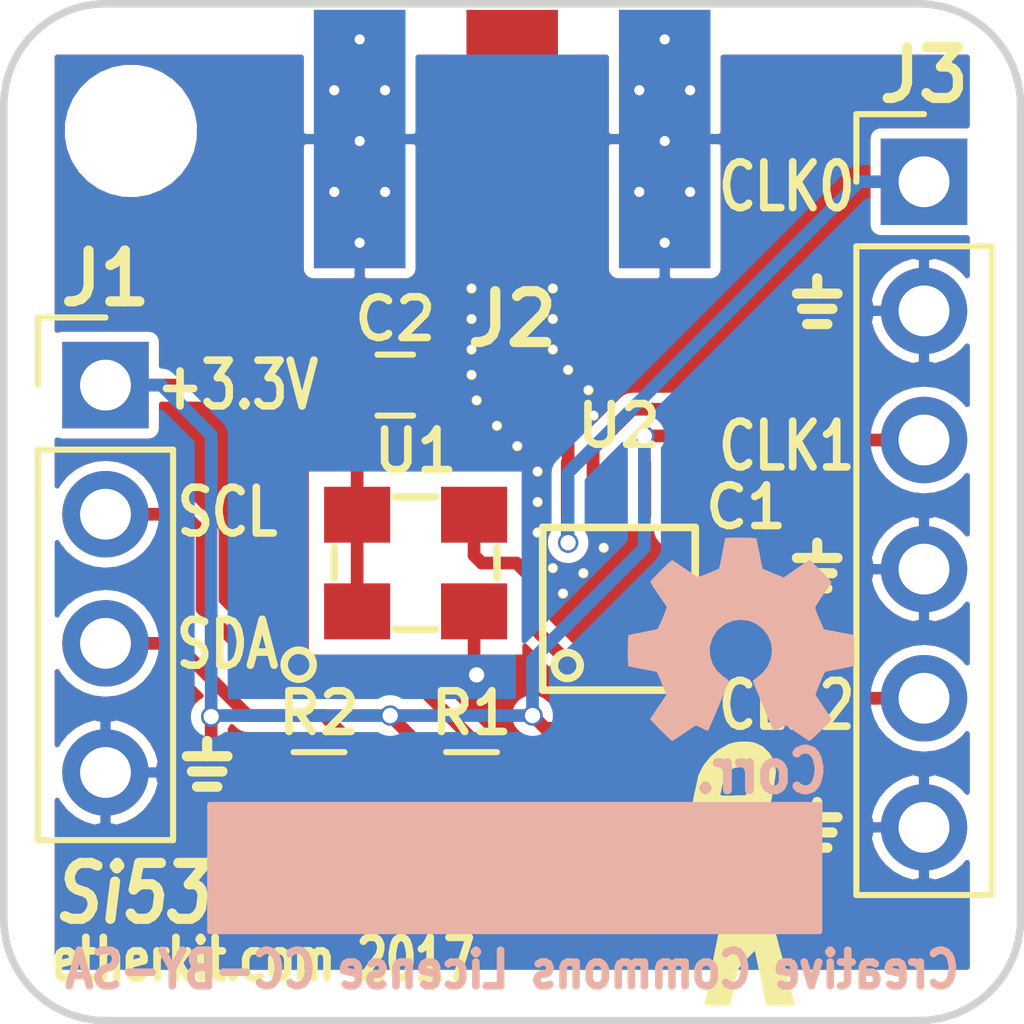
<source format=kicad_pcb>
(kicad_pcb (version 4) (host pcbnew 4.0.6-e0-6349~53~ubuntu16.04.1)

  (general
    (links 0)
    (no_connects 0)
    (area 92.942857 68.125 123.133334 90.735)
    (thickness 1.6)
    (drawings 35)
    (tracks 80)
    (zones 0)
    (modules 32)
    (nets 10)
  )

  (page USLetter)
  (title_block
    (title "Si5351A PicoBoB")
    (date 2017-06-24)
    (rev A)
    (company Etherkit)
    (comment 4 "Creative Commons License CC-BY-SA")
  )

  (layers
    (0 F.Cu signal)
    (31 B.Cu signal)
    (32 B.Adhes user)
    (33 F.Adhes user)
    (34 B.Paste user)
    (35 F.Paste user)
    (36 B.SilkS user)
    (37 F.SilkS user)
    (38 B.Mask user)
    (39 F.Mask user)
    (40 Dwgs.User user)
    (41 Cmts.User user)
    (42 Eco1.User user)
    (43 Eco2.User user)
    (44 Edge.Cuts user)
    (45 Margin user)
    (46 B.CrtYd user)
    (47 F.CrtYd user)
    (48 B.Fab user)
    (49 F.Fab user)
  )

  (setup
    (last_trace_width 0.25)
    (trace_clearance 0.2)
    (zone_clearance 0.2)
    (zone_45_only yes)
    (trace_min 0.2)
    (segment_width 0.2)
    (edge_width 0.15)
    (via_size 0.4)
    (via_drill 0.3)
    (via_min_size 0.4)
    (via_min_drill 0.3)
    (uvia_size 0.3)
    (uvia_drill 0.1)
    (uvias_allowed no)
    (uvia_min_size 0.2)
    (uvia_min_drill 0.1)
    (pcb_text_width 0.3)
    (pcb_text_size 1.5 1.5)
    (mod_edge_width 0.15)
    (mod_text_size 1 1)
    (mod_text_width 0.15)
    (pad_size 0.2 0.2)
    (pad_drill 0.15)
    (pad_to_mask_clearance 0.2)
    (aux_axis_origin 0 0)
    (visible_elements FFFFFF7F)
    (pcbplotparams
      (layerselection 0x00030_80000001)
      (usegerberextensions false)
      (excludeedgelayer true)
      (linewidth 0.100000)
      (plotframeref false)
      (viasonmask false)
      (mode 1)
      (useauxorigin false)
      (hpglpennumber 1)
      (hpglpenspeed 20)
      (hpglpendiameter 15)
      (hpglpenoverlay 2)
      (psnegative false)
      (psa4output false)
      (plotreference true)
      (plotvalue true)
      (plotinvisibletext false)
      (padsonsilk false)
      (subtractmaskfromsilk false)
      (outputformat 1)
      (mirror false)
      (drillshape 1)
      (scaleselection 1)
      (outputdirectory ""))
  )

  (net 0 "")
  (net 1 +3.3V)
  (net 2 GND)
  (net 3 "Net-(J1-Pad2)")
  (net 4 "Net-(J1-Pad3)")
  (net 5 "Net-(J2-Pad1)")
  (net 6 "Net-(J3-Pad3)")
  (net 7 "Net-(J3-Pad5)")
  (net 8 "Net-(U1-Pad3)")
  (net 9 "Net-(U2-Pad3)")

  (net_class Default "This is the default net class."
    (clearance 0.2)
    (trace_width 0.25)
    (via_dia 0.4)
    (via_drill 0.3)
    (uvia_dia 0.3)
    (uvia_drill 0.1)
    (add_net +3.3V)
    (add_net GND)
    (add_net "Net-(J1-Pad2)")
    (add_net "Net-(J1-Pad3)")
    (add_net "Net-(J2-Pad1)")
    (add_net "Net-(J3-Pad3)")
    (add_net "Net-(J3-Pad5)")
    (add_net "Net-(U1-Pad3)")
    (add_net "Net-(U2-Pad3)")
  )

  (net_class 50ohm ""
    (clearance 0.2)
    (trace_width 0.82)
    (via_dia 0.4)
    (via_drill 0.3)
    (uvia_dia 0.3)
    (uvia_drill 0.1)
  )

  (module Mounting_Holes:MountingHole_2.2mm_M2 (layer F.Cu) (tedit 594EC6B8) (tstamp 594EDA3A)
    (at 102.5 72.5)
    (descr "Mounting Hole 2.2mm, no annular, M2")
    (tags "mounting hole 2.2mm no annular m2")
    (fp_text reference REF** (at 0 -3.2) (layer F.SilkS) hide
      (effects (font (size 1 1) (thickness 0.15)))
    )
    (fp_text value MountingHole_2.2mm_M2 (at 0 3.2) (layer F.Fab) hide
      (effects (font (size 1 1) (thickness 0.15)))
    )
    (fp_circle (center 0 0) (end 2.2 0) (layer Cmts.User) (width 0.15))
    (fp_circle (center 0 0) (end 2.45 0) (layer F.CrtYd) (width 0.05))
    (pad 1 np_thru_hole circle (at 0 0) (size 2.2 2.2) (drill 2.2) (layers *.Cu *.Mask))
  )

  (module EtherkitKicadLibrary:VIA (layer F.Cu) (tedit 594ED822) (tstamp 594EEBB3)
    (at 111.6 78.1)
    (clearance 0.2)
    (fp_text reference VIA (at 0 1.2) (layer F.SilkS) hide
      (effects (font (size 1 1) (thickness 0.15)))
    )
    (fp_text value VAL** (at 0 1.2) (layer F.SilkS) hide
      (effects (font (size 1 1) (thickness 0.15)))
    )
    (pad "" thru_hole circle (at 0 0) (size 0.2 0.2) (drill 0.15) (layers *.Cu *.Mask F.SilkS)
      (net 2 GND) (clearance 0.05) (zone_connect 2))
  )

  (module EtherkitKicadLibrary:VIA (layer F.Cu) (tedit 594ED81F) (tstamp 594EEBAF)
    (at 111.5 77.6)
    (clearance 0.2)
    (fp_text reference VIA (at 0 1.2) (layer F.SilkS) hide
      (effects (font (size 1 1) (thickness 0.15)))
    )
    (fp_text value VAL** (at 0 1.2) (layer F.SilkS) hide
      (effects (font (size 1 1) (thickness 0.15)))
    )
    (pad "" thru_hole circle (at 0 0) (size 0.2 0.2) (drill 0.15) (layers *.Cu *.Mask F.SilkS)
      (net 2 GND) (clearance 0.05) (zone_connect 2))
  )

  (module EtherkitKicadLibrary:VIA (layer F.Cu) (tedit 594ED815) (tstamp 594EEBAB)
    (at 111.1 77.2)
    (clearance 0.2)
    (fp_text reference VIA (at 0 1.2) (layer F.SilkS) hide
      (effects (font (size 1 1) (thickness 0.15)))
    )
    (fp_text value VAL** (at 0 1.2) (layer F.SilkS) hide
      (effects (font (size 1 1) (thickness 0.15)))
    )
    (pad "" thru_hole circle (at 0 0) (size 0.2 0.2) (drill 0.15) (layers *.Cu *.Mask F.SilkS)
      (net 2 GND) (clearance 0.05) (zone_connect 2))
  )

  (module EtherkitKicadLibrary:VIA (layer F.Cu) (tedit 594ED80F) (tstamp 594EEBA7)
    (at 110.8 76.8)
    (clearance 0.2)
    (fp_text reference VIA (at 0 1.2) (layer F.SilkS) hide
      (effects (font (size 1 1) (thickness 0.15)))
    )
    (fp_text value VAL** (at 0 1.2) (layer F.SilkS) hide
      (effects (font (size 1 1) (thickness 0.15)))
    )
    (pad "" thru_hole circle (at 0 0) (size 0.2 0.2) (drill 0.15) (layers *.Cu *.Mask F.SilkS)
      (net 2 GND) (clearance 0.05) (zone_connect 2))
  )

  (module EtherkitKicadLibrary:VIA (layer F.Cu) (tedit 594ED80B) (tstamp 594EEBA3)
    (at 110.8 76.2)
    (clearance 0.2)
    (fp_text reference VIA (at 0 1.2) (layer F.SilkS) hide
      (effects (font (size 1 1) (thickness 0.15)))
    )
    (fp_text value VAL** (at 0 1.2) (layer F.SilkS) hide
      (effects (font (size 1 1) (thickness 0.15)))
    )
    (pad "" thru_hole circle (at 0 0) (size 0.2 0.2) (drill 0.15) (layers *.Cu *.Mask F.SilkS)
      (net 2 GND) (clearance 0.05) (zone_connect 2))
  )

  (module EtherkitKicadLibrary:VIA (layer F.Cu) (tedit 594ED807) (tstamp 594EEB9F)
    (at 110.8 75.6)
    (clearance 0.1)
    (fp_text reference VIA (at 0 1.2) (layer F.SilkS) hide
      (effects (font (size 1 1) (thickness 0.15)))
    )
    (fp_text value VAL** (at 0 1.2) (layer F.SilkS) hide
      (effects (font (size 1 1) (thickness 0.15)))
    )
    (pad "" thru_hole circle (at 0 0) (size 0.2 0.2) (drill 0.15) (layers *.Cu *.Mask F.SilkS)
      (net 2 GND) (clearance 0.05) (zone_connect 2))
  )

  (module EtherkitKicadLibrary:VIA (layer F.Cu) (tedit 594ED7FE) (tstamp 594EEB9A)
    (at 109.2 77.3)
    (clearance 0.2)
    (fp_text reference VIA (at 0 1.2) (layer F.SilkS) hide
      (effects (font (size 1 1) (thickness 0.15)))
    )
    (fp_text value VAL** (at 0 1.2) (layer F.SilkS) hide
      (effects (font (size 1 1) (thickness 0.15)))
    )
    (pad "" thru_hole circle (at 0 0) (size 0.2 0.2) (drill 0.15) (layers *.Cu *.Mask F.SilkS)
      (net 2 GND) (clearance 0.05) (zone_connect 2))
  )

  (module EtherkitKicadLibrary:VIA (layer F.Cu) (tedit 594ED7EF) (tstamp 594EEB82)
    (at 109.2 75.6)
    (clearance 0.01)
    (fp_text reference VIA (at 0 1.2) (layer F.SilkS) hide
      (effects (font (size 1 1) (thickness 0.15)))
    )
    (fp_text value VAL** (at 0 1.2) (layer F.SilkS) hide
      (effects (font (size 1 1) (thickness 0.15)))
    )
    (pad "" thru_hole circle (at 0 0) (size 0.2 0.2) (drill 0.15) (layers *.Cu *.Mask F.SilkS)
      (net 2 GND) (clearance 0.05) (zone_connect 2))
  )

  (module EtherkitKicadLibrary:VIA (layer F.Cu) (tedit 594ED7F5) (tstamp 594EEB7E)
    (at 109.2 76.2)
    (clearance 0.2)
    (fp_text reference VIA (at 0 1.2) (layer F.SilkS) hide
      (effects (font (size 1 1) (thickness 0.15)))
    )
    (fp_text value VAL** (at 0 1.2) (layer F.SilkS) hide
      (effects (font (size 1 1) (thickness 0.15)))
    )
    (pad "" thru_hole circle (at 0 0) (size 0.2 0.2) (drill 0.15) (layers *.Cu *.Mask F.SilkS)
      (net 2 GND) (clearance 0.05) (zone_connect 2))
  )

  (module EtherkitKicadLibrary:VIA (layer F.Cu) (tedit 594ED7FA) (tstamp 594EEB7A)
    (at 109.2 76.8)
    (clearance 0.2)
    (fp_text reference VIA (at 0 1.2) (layer F.SilkS) hide
      (effects (font (size 1 1) (thickness 0.15)))
    )
    (fp_text value VAL** (at 0 1.2) (layer F.SilkS) hide
      (effects (font (size 1 1) (thickness 0.15)))
    )
    (pad "" thru_hole circle (at 0 0) (size 0.2 0.2) (drill 0.15) (layers *.Cu *.Mask F.SilkS)
      (net 2 GND) (clearance 0.05) (zone_connect 2))
  )

  (module EtherkitKicadLibrary:VIA (layer F.Cu) (tedit 594ED803) (tstamp 594EEB76)
    (at 109.3 77.8)
    (clearance 0.2)
    (fp_text reference VIA (at 0 1.2) (layer F.SilkS) hide
      (effects (font (size 1 1) (thickness 0.15)))
    )
    (fp_text value VAL** (at 0 1.2) (layer F.SilkS) hide
      (effects (font (size 1 1) (thickness 0.15)))
    )
    (pad "" thru_hole circle (at 0 0) (size 0.2 0.2) (drill 0.15) (layers *.Cu *.Mask F.SilkS)
      (net 2 GND) (clearance 0.05) (zone_connect 2))
  )

  (module EtherkitKicadLibrary:VIA (layer F.Cu) (tedit 594ED819) (tstamp 594EEB72)
    (at 109.7 78.3)
    (clearance 0.2)
    (fp_text reference VIA (at 0 1.2) (layer F.SilkS) hide
      (effects (font (size 1 1) (thickness 0.15)))
    )
    (fp_text value VAL** (at 0 1.2) (layer F.SilkS) hide
      (effects (font (size 1 1) (thickness 0.15)))
    )
    (pad "" thru_hole circle (at 0 0) (size 0.2 0.2) (drill 0.15) (layers *.Cu *.Mask F.SilkS)
      (net 2 GND) (clearance 0.05) (zone_connect 2))
  )

  (module EtherkitKicadLibrary:VIA (layer F.Cu) (tedit 594ED827) (tstamp 594EEB6E)
    (at 110.1 78.7)
    (clearance 0.2)
    (fp_text reference VIA (at 0 1.2) (layer F.SilkS) hide
      (effects (font (size 1 1) (thickness 0.15)))
    )
    (fp_text value VAL** (at 0 1.2) (layer F.SilkS) hide
      (effects (font (size 1 1) (thickness 0.15)))
    )
    (pad "" thru_hole circle (at 0 0) (size 0.2 0.2) (drill 0.15) (layers *.Cu *.Mask F.SilkS)
      (net 2 GND) (clearance 0.05) (zone_connect 2))
  )

  (module EtherkitKicadLibrary:VIA (layer F.Cu) (tedit 594ED82B) (tstamp 594EEB5A)
    (at 110.5 79.2)
    (clearance 0.2)
    (fp_text reference VIA (at 0 1.2) (layer F.SilkS) hide
      (effects (font (size 1 1) (thickness 0.15)))
    )
    (fp_text value VAL** (at 0 1.2) (layer F.SilkS) hide
      (effects (font (size 1 1) (thickness 0.15)))
    )
    (pad "" thru_hole circle (at 0 0) (size 0.2 0.2) (drill 0.15) (layers *.Cu *.Mask F.SilkS)
      (net 2 GND) (clearance 0.05) (zone_connect 2))
  )

  (module EtherkitKicadLibrary:VIA (layer F.Cu) (tedit 594ED82F) (tstamp 594EEB52)
    (at 110.5 79.8)
    (clearance 0.2)
    (fp_text reference VIA (at 0 1.2) (layer F.SilkS) hide
      (effects (font (size 1 1) (thickness 0.15)))
    )
    (fp_text value VAL** (at 0 1.2) (layer F.SilkS) hide
      (effects (font (size 1 1) (thickness 0.15)))
    )
    (pad "" thru_hole circle (at 0 0) (size 0.2 0.2) (drill 0.15) (layers *.Cu *.Mask F.SilkS)
      (net 2 GND) (clearance 0.05) (zone_connect 2))
  )

  (module EtherkitKicadLibrary:VIA (layer F.Cu) (tedit 594ED836) (tstamp 594EEB4E)
    (at 110.5 80.4)
    (clearance 0.2)
    (fp_text reference VIA (at 0 1.2) (layer F.SilkS) hide
      (effects (font (size 1 1) (thickness 0.15)))
    )
    (fp_text value VAL** (at 0 1.2) (layer F.SilkS) hide
      (effects (font (size 1 1) (thickness 0.15)))
    )
    (pad "" thru_hole circle (at 0 0) (size 0.2 0.2) (drill 0.15) (layers *.Cu *.Mask F.SilkS)
      (net 2 GND) (clearance 0.05) (zone_connect 2))
  )

  (module EtherkitKicadLibrary:VIA (layer F.Cu) (tedit 594ED83E) (tstamp 594EEB4A)
    (at 110.8 81.1)
    (clearance 0.2)
    (fp_text reference VIA (at 0 1.2) (layer F.SilkS) hide
      (effects (font (size 1 1) (thickness 0.15)))
    )
    (fp_text value VAL** (at 0 1.2) (layer F.SilkS) hide
      (effects (font (size 1 1) (thickness 0.15)))
    )
    (pad "" thru_hole circle (at 0 0) (size 0.2 0.2) (drill 0.15) (layers *.Cu *.Mask F.SilkS)
      (net 2 GND) (clearance 0.05) (zone_connect 2))
  )

  (module EtherkitKicadLibrary:VIA (layer F.Cu) (tedit 594ED85D) (tstamp 594EEB46)
    (at 111 81.6)
    (clearance 0.2)
    (fp_text reference VIA (at 0 1.2) (layer F.SilkS) hide
      (effects (font (size 1 1) (thickness 0.15)))
    )
    (fp_text value VAL** (at 0 1.2) (layer F.SilkS) hide
      (effects (font (size 1 1) (thickness 0.15)))
    )
    (pad "" thru_hole circle (at 0 0) (size 0.2 0.2) (drill 0.15) (layers *.Cu *.Mask F.SilkS)
      (net 2 GND) (clearance 0.05) (zone_connect 2))
  )

  (module EtherkitKicadLibrary:VIA (layer F.Cu) (tedit 594ED845) (tstamp 594EEB42)
    (at 111.4 81.2)
    (clearance 0.2)
    (fp_text reference VIA (at 0 1.2) (layer F.SilkS) hide
      (effects (font (size 1 1) (thickness 0.15)))
    )
    (fp_text value VAL** (at 0 1.2) (layer F.SilkS) hide
      (effects (font (size 1 1) (thickness 0.15)))
    )
    (pad "" thru_hole circle (at 0 0) (size 0.2 0.2) (drill 0.15) (layers *.Cu *.Mask F.SilkS)
      (net 2 GND) (clearance 0.05) (zone_connect 2))
  )

  (module Capacitors_SMD:C_0603 (layer F.Cu) (tedit 594EC8F2) (tstamp 594ECD1E)
    (at 114.6 81.8 270)
    (descr "Capacitor SMD 0603, reflow soldering, AVX (see smccp.pdf)")
    (tags "capacitor 0603")
    (path /59498A4E)
    (attr smd)
    (fp_text reference C1 (at -1.9 0 360) (layer F.SilkS)
      (effects (font (size 0.8 0.8) (thickness 0.15)))
    )
    (fp_text value 100n (at 0 1.5 270) (layer F.Fab) hide
      (effects (font (size 1 1) (thickness 0.15)))
    )
    (fp_text user %R (at 0 -1.5 270) (layer F.Fab) hide
      (effects (font (size 1 1) (thickness 0.15)))
    )
    (fp_line (start -0.8 0.4) (end -0.8 -0.4) (layer F.Fab) (width 0.1))
    (fp_line (start 0.8 0.4) (end -0.8 0.4) (layer F.Fab) (width 0.1))
    (fp_line (start 0.8 -0.4) (end 0.8 0.4) (layer F.Fab) (width 0.1))
    (fp_line (start -0.8 -0.4) (end 0.8 -0.4) (layer F.Fab) (width 0.1))
    (fp_line (start -0.35 -0.6) (end 0.35 -0.6) (layer F.SilkS) (width 0.12))
    (fp_line (start 0.35 0.6) (end -0.35 0.6) (layer F.SilkS) (width 0.12))
    (fp_line (start -1.4 -0.65) (end 1.4 -0.65) (layer F.CrtYd) (width 0.05))
    (fp_line (start -1.4 -0.65) (end -1.4 0.65) (layer F.CrtYd) (width 0.05))
    (fp_line (start 1.4 0.65) (end 1.4 -0.65) (layer F.CrtYd) (width 0.05))
    (fp_line (start 1.4 0.65) (end -1.4 0.65) (layer F.CrtYd) (width 0.05))
    (pad 1 smd rect (at -0.75 0 270) (size 0.8 0.75) (layers F.Cu F.Paste F.Mask)
      (net 1 +3.3V))
    (pad 2 smd rect (at 0.75 0 270) (size 0.8 0.75) (layers F.Cu F.Paste F.Mask)
      (net 2 GND))
    (model Capacitors_SMD.3dshapes/C_0603.wrl
      (at (xyz 0 0 0))
      (scale (xyz 1 1 1))
      (rotate (xyz 0 0 0))
    )
  )

  (module Capacitors_SMD:C_0603 (layer F.Cu) (tedit 594EC8E8) (tstamp 594ECD2F)
    (at 107.7 77.5)
    (descr "Capacitor SMD 0603, reflow soldering, AVX (see smccp.pdf)")
    (tags "capacitor 0603")
    (path /59498A25)
    (attr smd)
    (fp_text reference C2 (at 0 -1.3) (layer F.SilkS)
      (effects (font (size 0.8 0.8) (thickness 0.15)))
    )
    (fp_text value 100n (at 0 1.5) (layer F.Fab) hide
      (effects (font (size 1 1) (thickness 0.15)))
    )
    (fp_text user %R (at 0 -1.5) (layer F.Fab) hide
      (effects (font (size 1 1) (thickness 0.15)))
    )
    (fp_line (start -0.8 0.4) (end -0.8 -0.4) (layer F.Fab) (width 0.1))
    (fp_line (start 0.8 0.4) (end -0.8 0.4) (layer F.Fab) (width 0.1))
    (fp_line (start 0.8 -0.4) (end 0.8 0.4) (layer F.Fab) (width 0.1))
    (fp_line (start -0.8 -0.4) (end 0.8 -0.4) (layer F.Fab) (width 0.1))
    (fp_line (start -0.35 -0.6) (end 0.35 -0.6) (layer F.SilkS) (width 0.12))
    (fp_line (start 0.35 0.6) (end -0.35 0.6) (layer F.SilkS) (width 0.12))
    (fp_line (start -1.4 -0.65) (end 1.4 -0.65) (layer F.CrtYd) (width 0.05))
    (fp_line (start -1.4 -0.65) (end -1.4 0.65) (layer F.CrtYd) (width 0.05))
    (fp_line (start 1.4 0.65) (end 1.4 -0.65) (layer F.CrtYd) (width 0.05))
    (fp_line (start 1.4 0.65) (end -1.4 0.65) (layer F.CrtYd) (width 0.05))
    (pad 1 smd rect (at -0.75 0) (size 0.8 0.75) (layers F.Cu F.Paste F.Mask)
      (net 1 +3.3V))
    (pad 2 smd rect (at 0.75 0) (size 0.8 0.75) (layers F.Cu F.Paste F.Mask)
      (net 2 GND))
    (model Capacitors_SMD.3dshapes/C_0603.wrl
      (at (xyz 0 0 0))
      (scale (xyz 1 1 1))
      (rotate (xyz 0 0 0))
    )
  )

  (module Socket_Strips:Socket_Strip_Straight_1x04_Pitch2.54mm (layer F.Cu) (tedit 594EC62F) (tstamp 594ECD46)
    (at 102 77.5)
    (descr "Through hole straight socket strip, 1x04, 2.54mm pitch, single row")
    (tags "Through hole socket strip THT 1x04 2.54mm single row")
    (path /59498DCA)
    (fp_text reference J1 (at 0 -2.1) (layer F.SilkS)
      (effects (font (size 1 1) (thickness 0.2)))
    )
    (fp_text value CONN_01X04 (at 0 9.95) (layer F.Fab) hide
      (effects (font (size 1 1) (thickness 0.15)))
    )
    (fp_line (start -1.27 -1.27) (end -1.27 8.89) (layer F.Fab) (width 0.1))
    (fp_line (start -1.27 8.89) (end 1.27 8.89) (layer F.Fab) (width 0.1))
    (fp_line (start 1.27 8.89) (end 1.27 -1.27) (layer F.Fab) (width 0.1))
    (fp_line (start 1.27 -1.27) (end -1.27 -1.27) (layer F.Fab) (width 0.1))
    (fp_line (start -1.33 1.27) (end -1.33 8.95) (layer F.SilkS) (width 0.12))
    (fp_line (start -1.33 8.95) (end 1.33 8.95) (layer F.SilkS) (width 0.12))
    (fp_line (start 1.33 8.95) (end 1.33 1.27) (layer F.SilkS) (width 0.12))
    (fp_line (start 1.33 1.27) (end -1.33 1.27) (layer F.SilkS) (width 0.12))
    (fp_line (start -1.33 0) (end -1.33 -1.33) (layer F.SilkS) (width 0.12))
    (fp_line (start -1.33 -1.33) (end 0 -1.33) (layer F.SilkS) (width 0.12))
    (fp_line (start -1.8 -1.8) (end -1.8 9.4) (layer F.CrtYd) (width 0.05))
    (fp_line (start -1.8 9.4) (end 1.8 9.4) (layer F.CrtYd) (width 0.05))
    (fp_line (start 1.8 9.4) (end 1.8 -1.8) (layer F.CrtYd) (width 0.05))
    (fp_line (start 1.8 -1.8) (end -1.8 -1.8) (layer F.CrtYd) (width 0.05))
    (fp_text user %R (at 0 -2.33) (layer F.Fab) hide
      (effects (font (size 1 1) (thickness 0.15)))
    )
    (pad 1 thru_hole rect (at 0 0) (size 1.7 1.7) (drill 1) (layers *.Cu *.Mask)
      (net 1 +3.3V))
    (pad 2 thru_hole oval (at 0 2.54) (size 1.7 1.7) (drill 1) (layers *.Cu *.Mask)
      (net 3 "Net-(J1-Pad2)"))
    (pad 3 thru_hole oval (at 0 5.08) (size 1.7 1.7) (drill 1) (layers *.Cu *.Mask)
      (net 4 "Net-(J1-Pad3)"))
    (pad 4 thru_hole oval (at 0 7.62) (size 1.7 1.7) (drill 1) (layers *.Cu *.Mask)
      (net 2 GND))
    (model ${KISYS3DMOD}/Socket_Strips.3dshapes/Socket_Strip_Straight_1x04_Pitch2.54mm.wrl
      (at (xyz 0 -0.15 0))
      (scale (xyz 1 1 1))
      (rotate (xyz 0 0 270))
    )
  )

  (module EtherkitKicadLibrary:SMA-ENDLAUNCH (layer F.Cu) (tedit 594EC5CC) (tstamp 594ECD5D)
    (at 110 75.2)
    (path /59498B6F)
    (fp_text reference J2 (at 0 1) (layer F.SilkS)
      (effects (font (size 1 1) (thickness 0.2)))
    )
    (fp_text value SMA-END (at 0.2 -6.1) (layer F.SilkS) hide
      (effects (font (size 1 1) (thickness 0.15)))
    )
    (pad 1 smd rect (at 0 -2.54) (size 1.8 5.08) (layers F.Cu F.Mask)
      (net 5 "Net-(J2-Pad1)"))
    (pad 2 smd rect (at 3 -2.54) (size 1.8 5.08) (layers B.Cu B.Mask)
      (net 2 GND))
    (pad 2 smd rect (at -3 -2.54) (size 1.8 5.08) (layers F.Cu F.Mask)
      (net 2 GND))
    (pad 2 thru_hole circle (at 3 -0.5) (size 0.3 0.3) (drill 0.2) (layers *.Cu *.Mask)
      (net 2 GND) (zone_connect 2))
    (pad 2 thru_hole circle (at 3 -4.5) (size 0.3 0.3) (drill 0.2) (layers *.Cu *.Mask)
      (net 2 GND) (zone_connect 2))
    (pad 2 thru_hole circle (at 2.5 -3.5) (size 0.3 0.3) (drill 0.2) (layers *.Cu *.Mask)
      (net 2 GND) (zone_connect 2))
    (pad 2 thru_hole circle (at 3.5 -3.5) (size 0.3 0.3) (drill 0.2) (layers *.Cu *.Mask)
      (net 2 GND) (zone_connect 2))
    (pad 2 thru_hole circle (at 3 -2.5) (size 0.3 0.3) (drill 0.2) (layers *.Cu *.Mask)
      (net 2 GND) (zone_connect 2))
    (pad 2 thru_hole circle (at 2.5 -1.5) (size 0.3 0.3) (drill 0.2) (layers *.Cu *.Mask)
      (net 2 GND) (zone_connect 2))
    (pad 2 thru_hole circle (at 3.5 -1.5) (size 0.3 0.3) (drill 0.2) (layers *.Cu *.Mask)
      (net 2 GND) (zone_connect 2))
    (pad 2 thru_hole circle (at -3 -0.5) (size 0.3 0.3) (drill 0.2) (layers *.Cu *.Mask)
      (net 2 GND) (zone_connect 2))
    (pad 2 thru_hole circle (at -3 -4.5) (size 0.3 0.3) (drill 0.2) (layers *.Cu *.Mask)
      (net 2 GND) (zone_connect 2))
    (pad 2 thru_hole circle (at -3.5 -3.5) (size 0.3 0.3) (drill 0.2) (layers *.Cu *.Mask)
      (net 2 GND) (zone_connect 2))
    (pad 2 thru_hole circle (at -2.5 -3.5) (size 0.3 0.3) (drill 0.2) (layers *.Cu *.Mask)
      (net 2 GND) (zone_connect 2))
    (pad 2 thru_hole circle (at -3 -2.5) (size 0.3 0.3) (drill 0.2) (layers *.Cu *.Mask)
      (net 2 GND) (zone_connect 2))
    (pad 2 thru_hole circle (at -3.5 -1.5) (size 0.3 0.3) (drill 0.2) (layers *.Cu *.Mask)
      (net 2 GND) (zone_connect 2))
    (pad 2 thru_hole circle (at -2.5 -1.5) (size 0.3 0.3) (drill 0.2) (layers *.Cu *.Mask)
      (net 2 GND) (zone_connect 2))
    (pad 2 smd rect (at 3 -2.54) (size 1.8 5.08) (layers F.Cu F.Mask)
      (net 2 GND))
    (pad 2 smd rect (at -3 -2.54) (size 1.8 5.08) (layers B.Cu B.Mask)
      (net 2 GND))
  )

  (module Socket_Strips:Socket_Strip_Straight_1x06_Pitch2.54mm (layer F.Cu) (tedit 594EC636) (tstamp 594ECD76)
    (at 118.1 73.5)
    (descr "Through hole straight socket strip, 1x06, 2.54mm pitch, single row")
    (tags "Through hole socket strip THT 1x06 2.54mm single row")
    (path /594E9591)
    (fp_text reference J3 (at 0 -2.1) (layer F.SilkS)
      (effects (font (size 1 1) (thickness 0.2)))
    )
    (fp_text value CONN_01X06 (at 0 15.03) (layer F.Fab) hide
      (effects (font (size 1 1) (thickness 0.15)))
    )
    (fp_line (start -1.27 -1.27) (end -1.27 13.97) (layer F.Fab) (width 0.1))
    (fp_line (start -1.27 13.97) (end 1.27 13.97) (layer F.Fab) (width 0.1))
    (fp_line (start 1.27 13.97) (end 1.27 -1.27) (layer F.Fab) (width 0.1))
    (fp_line (start 1.27 -1.27) (end -1.27 -1.27) (layer F.Fab) (width 0.1))
    (fp_line (start -1.33 1.27) (end -1.33 14.03) (layer F.SilkS) (width 0.12))
    (fp_line (start -1.33 14.03) (end 1.33 14.03) (layer F.SilkS) (width 0.12))
    (fp_line (start 1.33 14.03) (end 1.33 1.27) (layer F.SilkS) (width 0.12))
    (fp_line (start 1.33 1.27) (end -1.33 1.27) (layer F.SilkS) (width 0.12))
    (fp_line (start -1.33 0) (end -1.33 -1.33) (layer F.SilkS) (width 0.12))
    (fp_line (start -1.33 -1.33) (end 0 -1.33) (layer F.SilkS) (width 0.12))
    (fp_line (start -1.8 -1.8) (end -1.8 14.5) (layer F.CrtYd) (width 0.05))
    (fp_line (start -1.8 14.5) (end 1.8 14.5) (layer F.CrtYd) (width 0.05))
    (fp_line (start 1.8 14.5) (end 1.8 -1.8) (layer F.CrtYd) (width 0.05))
    (fp_line (start 1.8 -1.8) (end -1.8 -1.8) (layer F.CrtYd) (width 0.05))
    (fp_text user %R (at 0 -2.33) (layer F.Fab) hide
      (effects (font (size 1 1) (thickness 0.15)))
    )
    (pad 1 thru_hole rect (at 0 0) (size 1.7 1.7) (drill 1) (layers *.Cu *.Mask)
      (net 5 "Net-(J2-Pad1)"))
    (pad 2 thru_hole oval (at 0 2.54) (size 1.7 1.7) (drill 1) (layers *.Cu *.Mask)
      (net 2 GND))
    (pad 3 thru_hole oval (at 0 5.08) (size 1.7 1.7) (drill 1) (layers *.Cu *.Mask)
      (net 6 "Net-(J3-Pad3)"))
    (pad 4 thru_hole oval (at 0 7.62) (size 1.7 1.7) (drill 1) (layers *.Cu *.Mask)
      (net 2 GND))
    (pad 5 thru_hole oval (at 0 10.16) (size 1.7 1.7) (drill 1) (layers *.Cu *.Mask)
      (net 7 "Net-(J3-Pad5)"))
    (pad 6 thru_hole oval (at 0 12.7) (size 1.7 1.7) (drill 1) (layers *.Cu *.Mask)
      (net 2 GND))
    (model ${KISYS3DMOD}/Socket_Strips.3dshapes/Socket_Strip_Straight_1x06_Pitch2.54mm.wrl
      (at (xyz 0 -0.25 0))
      (scale (xyz 1 1 1))
      (rotate (xyz 0 0 270))
    )
  )

  (module Resistors_SMD:R_0603 (layer F.Cu) (tedit 594EC8FC) (tstamp 594ECD87)
    (at 109.2 85.4)
    (descr "Resistor SMD 0603, reflow soldering, Vishay (see dcrcw.pdf)")
    (tags "resistor 0603")
    (path /59498AED)
    (attr smd)
    (fp_text reference R1 (at 0 -1.45) (layer F.SilkS)
      (effects (font (size 0.8 0.8) (thickness 0.15)))
    )
    (fp_text value 10k (at 0 1.5) (layer F.Fab) hide
      (effects (font (size 1 1) (thickness 0.15)))
    )
    (fp_text user %R (at 0 0) (layer F.Fab) hide
      (effects (font (size 0.5 0.5) (thickness 0.075)))
    )
    (fp_line (start -0.8 0.4) (end -0.8 -0.4) (layer F.Fab) (width 0.1))
    (fp_line (start 0.8 0.4) (end -0.8 0.4) (layer F.Fab) (width 0.1))
    (fp_line (start 0.8 -0.4) (end 0.8 0.4) (layer F.Fab) (width 0.1))
    (fp_line (start -0.8 -0.4) (end 0.8 -0.4) (layer F.Fab) (width 0.1))
    (fp_line (start 0.5 0.68) (end -0.5 0.68) (layer F.SilkS) (width 0.12))
    (fp_line (start -0.5 -0.68) (end 0.5 -0.68) (layer F.SilkS) (width 0.12))
    (fp_line (start -1.25 -0.7) (end 1.25 -0.7) (layer F.CrtYd) (width 0.05))
    (fp_line (start -1.25 -0.7) (end -1.25 0.7) (layer F.CrtYd) (width 0.05))
    (fp_line (start 1.25 0.7) (end 1.25 -0.7) (layer F.CrtYd) (width 0.05))
    (fp_line (start 1.25 0.7) (end -1.25 0.7) (layer F.CrtYd) (width 0.05))
    (pad 1 smd rect (at -0.75 0) (size 0.5 0.9) (layers F.Cu F.Paste F.Mask)
      (net 1 +3.3V))
    (pad 2 smd rect (at 0.75 0) (size 0.5 0.9) (layers F.Cu F.Paste F.Mask)
      (net 3 "Net-(J1-Pad2)"))
    (model ${KISYS3DMOD}/Resistors_SMD.3dshapes/R_0603.wrl
      (at (xyz 0 0 0))
      (scale (xyz 1 1 1))
      (rotate (xyz 0 0 0))
    )
  )

  (module Resistors_SMD:R_0603 (layer F.Cu) (tedit 594EC907) (tstamp 594ECD98)
    (at 106.2 85.4)
    (descr "Resistor SMD 0603, reflow soldering, Vishay (see dcrcw.pdf)")
    (tags "resistor 0603")
    (path /59498B22)
    (attr smd)
    (fp_text reference R2 (at 0 -1.45) (layer F.SilkS)
      (effects (font (size 0.8 0.8) (thickness 0.15)))
    )
    (fp_text value 10k (at 0 1.5) (layer F.Fab) hide
      (effects (font (size 1 1) (thickness 0.15)))
    )
    (fp_text user %R (at 0 0) (layer F.Fab) hide
      (effects (font (size 0.5 0.5) (thickness 0.075)))
    )
    (fp_line (start -0.8 0.4) (end -0.8 -0.4) (layer F.Fab) (width 0.1))
    (fp_line (start 0.8 0.4) (end -0.8 0.4) (layer F.Fab) (width 0.1))
    (fp_line (start 0.8 -0.4) (end 0.8 0.4) (layer F.Fab) (width 0.1))
    (fp_line (start -0.8 -0.4) (end 0.8 -0.4) (layer F.Fab) (width 0.1))
    (fp_line (start 0.5 0.68) (end -0.5 0.68) (layer F.SilkS) (width 0.12))
    (fp_line (start -0.5 -0.68) (end 0.5 -0.68) (layer F.SilkS) (width 0.12))
    (fp_line (start -1.25 -0.7) (end 1.25 -0.7) (layer F.CrtYd) (width 0.05))
    (fp_line (start -1.25 -0.7) (end -1.25 0.7) (layer F.CrtYd) (width 0.05))
    (fp_line (start 1.25 0.7) (end 1.25 -0.7) (layer F.CrtYd) (width 0.05))
    (fp_line (start 1.25 0.7) (end -1.25 0.7) (layer F.CrtYd) (width 0.05))
    (pad 1 smd rect (at -0.75 0) (size 0.5 0.9) (layers F.Cu F.Paste F.Mask)
      (net 1 +3.3V))
    (pad 2 smd rect (at 0.75 0) (size 0.5 0.9) (layers F.Cu F.Paste F.Mask)
      (net 4 "Net-(J1-Pad3)"))
    (model ${KISYS3DMOD}/Resistors_SMD.3dshapes/R_0603.wrl
      (at (xyz 0 0 0))
      (scale (xyz 1 1 1))
      (rotate (xyz 0 0 0))
    )
  )

  (module EtherkitKicadLibrary:ASTX-H11-25.000MHZ-T (layer F.Cu) (tedit 594EC5EA) (tstamp 594ECDA5)
    (at 108.1 81)
    (path /59498CCB)
    (fp_text reference U1 (at 0 -2.2) (layer F.SilkS)
      (effects (font (size 0.8 0.8) (thickness 0.15)))
    )
    (fp_text value ASTX-H11-25.000MHZ-T (at 0 -2.35) (layer F.SilkS) hide
      (effects (font (size 1 0.8) (thickness 0.15)))
    )
    (fp_circle (center -2.3 2) (end -2.025 2.075) (layer F.SilkS) (width 0.15))
    (fp_line (start -0.4 -1.3) (end 0.4 -1.3) (layer F.SilkS) (width 0.15))
    (fp_line (start -0.4 1.3) (end 0.4 1.3) (layer F.SilkS) (width 0.15))
    (fp_line (start 1.6 -0.3) (end 1.6 0.3) (layer F.SilkS) (width 0.15))
    (fp_line (start -1.6 -0.3) (end -1.6 0.3) (layer F.SilkS) (width 0.15))
    (pad 1 smd rect (at -1.15 0.95) (size 1.3 1.1) (layers F.Cu F.Paste F.Mask)
      (net 1 +3.3V))
    (pad 2 smd rect (at 1.15 0.95) (size 1.3 1.1) (layers F.Cu F.Paste F.Mask)
      (net 2 GND))
    (pad 3 smd rect (at 1.15 -0.95) (size 1.3 1.1) (layers F.Cu F.Paste F.Mask)
      (net 8 "Net-(U1-Pad3)"))
    (pad 4 smd rect (at -1.15 -0.95) (size 1.3 1.1) (layers F.Cu F.Paste F.Mask)
      (net 1 +3.3V))
  )

  (module EtherkitKicadLibrary:MSOP-10 (layer F.Cu) (tedit 594EC4C4) (tstamp 594ECDB8)
    (at 112.1 81.9)
    (descr "Mini SOP10 10pins pitch 0.5mm")
    (path /59498795)
    (clearance 0.1)
    (attr smd)
    (fp_text reference U2 (at 0 -3.6) (layer F.SilkS)
      (effects (font (size 0.8 0.8) (thickness 0.15)))
    )
    (fp_text value SI5351A (at -2.2 0 90) (layer F.SilkS) hide
      (effects (font (size 0.8 0.8) (thickness 0.15)))
    )
    (fp_line (start 1.5 -1.6) (end -1.5 -1.6) (layer F.SilkS) (width 0.15))
    (fp_line (start -1.5 -1.6) (end -1.5 1.6) (layer F.SilkS) (width 0.15))
    (fp_line (start -1.5 1.6) (end 1.5 1.6) (layer F.SilkS) (width 0.15))
    (fp_line (start 1.5 1.6) (end 1.5 -1.6) (layer F.SilkS) (width 0.15))
    (fp_circle (center -1.016 1.116) (end -1.016 0.862) (layer F.SilkS) (width 0.15))
    (pad 1 smd rect (at -1 2.35) (size 0.25 1.1) (layers F.Cu F.Paste F.Mask)
      (net 1 +3.3V) (solder_paste_margin_ratio -0.1))
    (pad 2 smd rect (at -0.5 2.35) (size 0.25 1.1) (layers F.Cu F.Paste F.Mask)
      (net 8 "Net-(U1-Pad3)") (solder_paste_margin_ratio -0.1))
    (pad 3 smd rect (at 0 2.35) (size 0.25 1.1) (layers F.Cu F.Paste F.Mask)
      (net 9 "Net-(U2-Pad3)") (solder_paste_margin_ratio -0.1))
    (pad 4 smd rect (at 0.5 2.35) (size 0.25 1.1) (layers F.Cu F.Paste F.Mask)
      (net 3 "Net-(J1-Pad2)") (solder_paste_margin_ratio -0.1))
    (pad 5 smd rect (at 1 2.35) (size 0.25 1.1) (layers F.Cu F.Paste F.Mask)
      (net 4 "Net-(J1-Pad3)") (solder_paste_margin_ratio -0.1))
    (pad 6 smd rect (at 1.016 -2.35) (size 0.25 1.1) (layers F.Cu F.Paste F.Mask)
      (net 7 "Net-(J3-Pad5)") (solder_paste_margin_ratio -0.1))
    (pad 7 smd rect (at 0.508 -2.35) (size 0.25 1.1) (layers F.Cu F.Paste F.Mask)
      (net 1 +3.3V) (solder_paste_margin_ratio -0.1))
    (pad 8 smd rect (at 0 -2.35) (size 0.25 1.1) (layers F.Cu F.Paste F.Mask)
      (net 2 GND) (solder_paste_margin_ratio -0.1))
    (pad 9 smd rect (at -0.508 -2.35) (size 0.25 1.1) (layers F.Cu F.Paste F.Mask)
      (net 6 "Net-(J3-Pad3)") (solder_paste_margin_ratio -0.1))
    (pad 10 smd rect (at -1.016 -2.35) (size 0.25 1.1) (layers F.Cu F.Paste F.Mask)
      (net 5 "Net-(J2-Pad1)") (solder_paste_margin_ratio -0.1))
    (model smd\MSOP_10.wrl
      (at (xyz 0 0 0))
      (scale (xyz 0.3 0.35 0.3))
      (rotate (xyz 0 0 0))
    )
  )

  (module EtherkitKicadLibrary:VIA (layer F.Cu) (tedit 594ED841) (tstamp 594EEB3C)
    (at 111.8 80.7)
    (clearance 0.2)
    (fp_text reference VIA (at 0 1.2) (layer F.SilkS) hide
      (effects (font (size 1 1) (thickness 0.15)))
    )
    (fp_text value VAL** (at 0 1.2) (layer F.SilkS) hide
      (effects (font (size 1 1) (thickness 0.15)))
    )
    (pad "" thru_hole circle (at 0 0) (size 0.2 0.2) (drill 0.15) (layers *.Cu *.Mask F.SilkS)
      (net 2 GND) (clearance 0.05) (zone_connect 2))
  )

  (module EtherkitKicadLibrary:EtherkitLogoSmall (layer F.Cu) (tedit 0) (tstamp 594F0034)
    (at 114.7 87.1)
    (fp_text reference Ref** (at 0 3.25) (layer F.SilkS) hide
      (effects (font (size 0.2 0.2) (thickness 0.05)))
    )
    (fp_text value Val** (at 0 -2.95) (layer F.SilkS) hide
      (effects (font (size 0.2 0.2) (thickness 0.05)))
    )
    (fp_poly (pts (xy 0.58166 2.60604) (xy 0.6223 2.60604) (xy 0.7493 2.6035) (xy 0.83312 2.59842)
      (xy 0.8636 2.5908) (xy 0.85852 2.57048) (xy 0.84074 2.49936) (xy 0.80772 2.37998)
      (xy 0.76708 2.22504) (xy 0.71628 2.03962) (xy 0.61722 1.67894) (xy 0.56388 1.48844)
      (xy 0.5207 1.3208) (xy 0.48514 1.19126) (xy 0.46228 1.10236) (xy 0.45466 1.0668)
      (xy 0.45466 1.06426) (xy 0.4826 1.02362) (xy 0.54102 0.94234) (xy 0.62738 0.83058)
      (xy 0.73406 0.69596) (xy 0.85598 0.54356) (xy 1.2573 0.04826) (xy 0.74422 0.04826)
      (xy 0.32258 0.58928) (xy 0.2667 0.65786) (xy 0.14986 0.80772) (xy 0.04826 0.93726)
      (xy -0.03302 1.03886) (xy -0.08382 1.10236) (xy -0.10414 1.12522) (xy -0.1016 1.10998)
      (xy -0.0889 1.03886) (xy -0.06604 0.91948) (xy -0.03556 0.75946) (xy 0.00254 0.56134)
      (xy 0.04572 0.33782) (xy 0.09398 0.09398) (xy 0.127 -0.07874) (xy 0.17526 -0.31242)
      (xy 0.2159 -0.5207) (xy 0.24892 -0.6985) (xy 0.27432 -0.83566) (xy 0.2921 -0.92456)
      (xy 0.29718 -0.96266) (xy 0.29718 -0.97028) (xy 0.28448 -0.98044) (xy 0.24638 -0.98552)
      (xy 0.17018 -0.98552) (xy 0.04318 -0.98552) (xy -0.21082 -0.98044) (xy -0.23622 -0.85598)
      (xy -0.26416 -0.73914) (xy -0.3048 -0.65532) (xy -0.36322 -0.58674) (xy -0.40386 -0.55118)
      (xy -0.47498 -0.51308) (xy -0.56388 -0.50292) (xy -0.56896 -0.50292) (xy -0.64008 -0.51308)
      (xy -0.6985 -0.55118) (xy -0.70866 -0.56134) (xy -0.74676 -0.6096) (xy -0.762 -0.66802)
      (xy -0.75438 -0.75946) (xy -0.73152 -0.89408) (xy -0.7112 -0.98552) (xy -0.69596 -1.06172)
      (xy -0.69088 -1.0922) (xy -0.67564 -1.09474) (xy -0.6096 -1.09474) (xy -0.53594 -1.09728)
      (xy -0.53594 -1.524) (xy -0.58674 -1.52908) (xy -0.60452 -1.5367) (xy -0.60706 -1.5494)
      (xy -0.60198 -1.56464) (xy -0.58674 -1.63068) (xy -0.56642 -1.72466) (xy -0.55626 -1.7653)
      (xy -0.52832 -1.86436) (xy -0.50038 -1.93294) (xy -0.49276 -1.94564) (xy -0.42164 -2.02438)
      (xy -0.32512 -2.07264) (xy -0.22098 -2.08788) (xy -0.13208 -2.06756) (xy -0.06858 -2.0066)
      (xy -0.06604 -2.00152) (xy -0.04826 -1.91262) (xy -0.05334 -1.78816) (xy -0.0762 -1.64846)
      (xy -0.10414 -1.53162) (xy -0.35814 -1.52654) (xy -0.44196 -1.524) (xy -0.53594 -1.524)
      (xy -0.53594 -1.09728) (xy -0.49784 -1.09728) (xy -0.35306 -1.09728) (xy -0.18034 -1.09982)
      (xy 0.32766 -1.09982) (xy 0.33782 -1.13538) (xy 0.34036 -1.143) (xy 0.36322 -1.24968)
      (xy 0.38862 -1.38938) (xy 0.41656 -1.54178) (xy 0.4445 -1.69418) (xy 0.46482 -1.8288)
      (xy 0.48006 -1.93548) (xy 0.48768 -1.9939) (xy 0.48514 -2.02438) (xy 0.44958 -2.20472)
      (xy 0.36068 -2.3622) (xy 0.23368 -2.4892) (xy 0.07366 -2.5654) (xy 0.05588 -2.57048)
      (xy -0.0635 -2.58826) (xy -0.2032 -2.58826) (xy -0.32766 -2.57302) (xy -0.44704 -2.53746)
      (xy -0.62992 -2.43586) (xy -0.79756 -2.29362) (xy -0.93472 -2.12598) (xy -1.0287 -1.94564)
      (xy -1.03632 -1.92278) (xy -1.05664 -1.83388) (xy -1.08458 -1.70434) (xy -1.12014 -1.54686)
      (xy -1.1557 -1.3716) (xy -1.19126 -1.19126) (xy -1.22428 -1.01854) (xy -1.25222 -0.86868)
      (xy -1.27254 -0.75184) (xy -1.2827 -0.68072) (xy -1.2827 -0.57912) (xy -1.26238 -0.41402)
      (xy -1.21158 -0.27686) (xy -1.19126 -0.24384) (xy -1.07442 -0.1143) (xy -0.91694 -0.02286)
      (xy -0.73406 0.02286) (xy -0.53848 0.01778) (xy -0.51562 0.01524) (xy -0.4445 0.00508)
      (xy -0.41402 0.00508) (xy -0.41402 0.0127) (xy -0.42418 0.07366) (xy -0.44704 0.18542)
      (xy -0.47752 0.34036) (xy -0.51562 0.53848) (xy -0.5588 0.76708) (xy -0.6096 1.02108)
      (xy -0.69342 1.43764) (xy -0.74676 1.7018) (xy -0.79502 1.94564) (xy -0.83566 2.159)
      (xy -0.87122 2.33934) (xy -0.89662 2.47396) (xy -0.91186 2.56286) (xy -0.9144 2.59334)
      (xy -0.91186 2.59588) (xy -0.86614 2.60096) (xy -0.77724 2.6035) (xy -0.65786 2.60604)
      (xy -0.55372 2.60604) (xy -0.4699 2.6035) (xy -0.42672 2.59842) (xy -0.4064 2.58826)
      (xy -0.40132 2.57048) (xy -0.39624 2.54508) (xy -0.37846 2.46634) (xy -0.35814 2.35204)
      (xy -0.3302 2.21488) (xy -0.32258 2.17424) (xy -0.28702 2.01168) (xy -0.25908 1.91008)
      (xy -0.23876 1.86182) (xy -0.2286 1.85166) (xy -0.1524 1.7653) (xy -0.07366 1.6764)
      (xy 0 1.6002) (xy 0.0508 1.54686) (xy 0.07112 1.52654) (xy 0.0762 1.54178)
      (xy 0.09144 1.60782) (xy 0.1143 1.71958) (xy 0.14478 1.86436) (xy 0.1778 2.032)
      (xy 0.2032 2.14884) (xy 0.23622 2.30632) (xy 0.26162 2.4384) (xy 0.28194 2.52984)
      (xy 0.28956 2.57048) (xy 0.2921 2.57302) (xy 0.29718 2.58826) (xy 0.3175 2.59842)
      (xy 0.36322 2.6035) (xy 0.44704 2.60604) (xy 0.58166 2.60604)) (layer F.SilkS) (width 0.00254))
  )

  (module EtherkitKicadLibrary:OSHWLogo4mm (layer B.Cu) (tedit 0) (tstamp 594F06DD)
    (at 114.5 82.5 180)
    (fp_text reference G*** (at 0 -2.35966 180) (layer B.SilkS) hide
      (effects (font (size 0.2032 0.2032) (thickness 0.04064)) (justify mirror))
    )
    (fp_text value LOGO (at 0 2.35966 180) (layer B.SilkS) hide
      (effects (font (size 0.2032 0.2032) (thickness 0.04064)) (justify mirror))
    )
    (fp_poly (pts (xy -1.34874 -1.99898) (xy -1.32588 -1.98628) (xy -1.27254 -1.95326) (xy -1.19888 -1.905)
      (xy -1.10998 -1.84658) (xy -1.02362 -1.78562) (xy -0.94996 -1.73736) (xy -0.89916 -1.70434)
      (xy -0.87884 -1.69418) (xy -0.86614 -1.69672) (xy -0.8255 -1.71704) (xy -0.76454 -1.75006)
      (xy -0.72898 -1.76784) (xy -0.6731 -1.7907) (xy -0.64516 -1.79578) (xy -0.64008 -1.78816)
      (xy -0.61976 -1.74752) (xy -0.58928 -1.67386) (xy -0.5461 -1.57734) (xy -0.49784 -1.46304)
      (xy -0.44704 -1.34112) (xy -0.3937 -1.2192) (xy -0.34544 -1.09982) (xy -0.30226 -0.99314)
      (xy -0.2667 -0.90678) (xy -0.24384 -0.84582) (xy -0.23622 -0.82042) (xy -0.23876 -0.81534)
      (xy -0.2667 -0.7874) (xy -0.31496 -0.75184) (xy -0.4191 -0.66548) (xy -0.52324 -0.53594)
      (xy -0.58674 -0.38862) (xy -0.6096 -0.22352) (xy -0.59182 -0.07366) (xy -0.53086 0.07112)
      (xy -0.42926 0.2032) (xy -0.3048 0.29972) (xy -0.16256 0.36322) (xy 0 0.38354)
      (xy 0.15494 0.36576) (xy 0.30226 0.30734) (xy 0.43434 0.20574) (xy 0.49022 0.14224)
      (xy 0.56642 0.01016) (xy 0.6096 -0.13208) (xy 0.61468 -0.16764) (xy 0.60706 -0.32512)
      (xy 0.56134 -0.47498) (xy 0.48006 -0.60706) (xy 0.36576 -0.71882) (xy 0.35052 -0.72898)
      (xy 0.29718 -0.76708) (xy 0.26162 -0.79502) (xy 0.23368 -0.81788) (xy 0.4318 -1.29794)
      (xy 0.46482 -1.37414) (xy 0.51816 -1.50368) (xy 0.56642 -1.61798) (xy 0.60706 -1.70688)
      (xy 0.63246 -1.76784) (xy 0.64516 -1.7907) (xy 0.64516 -1.79324) (xy 0.66294 -1.79578)
      (xy 0.6985 -1.78308) (xy 0.76708 -1.75006) (xy 0.81026 -1.7272) (xy 0.86106 -1.7018)
      (xy 0.88392 -1.69418) (xy 0.90424 -1.70434) (xy 0.9525 -1.73482) (xy 1.02362 -1.78308)
      (xy 1.10998 -1.8415) (xy 1.19126 -1.89738) (xy 1.26492 -1.94564) (xy 1.3208 -1.9812)
      (xy 1.3462 -1.99644) (xy 1.35128 -1.99644) (xy 1.37414 -1.98374) (xy 1.41732 -1.94564)
      (xy 1.48336 -1.88468) (xy 1.5748 -1.79324) (xy 1.59004 -1.78054) (xy 1.66624 -1.7018)
      (xy 1.7272 -1.6383) (xy 1.76784 -1.59258) (xy 1.78308 -1.56972) (xy 1.78308 -1.56972)
      (xy 1.77038 -1.54432) (xy 1.73482 -1.49098) (xy 1.68656 -1.41478) (xy 1.6256 -1.32588)
      (xy 1.46558 -1.09474) (xy 1.55448 -0.8763) (xy 1.57988 -0.81026) (xy 1.61544 -0.72898)
      (xy 1.64084 -0.6731) (xy 1.65354 -0.6477) (xy 1.6764 -0.63754) (xy 1.73482 -0.62484)
      (xy 1.82118 -0.60706) (xy 1.92532 -0.58674) (xy 2.02438 -0.56896) (xy 2.11074 -0.55118)
      (xy 2.17678 -0.53848) (xy 2.20472 -0.5334) (xy 2.21234 -0.53086) (xy 2.21742 -0.51562)
      (xy 2.21996 -0.48514) (xy 2.2225 -0.4318) (xy 2.22504 -0.34798) (xy 2.22504 -0.22352)
      (xy 2.22504 -0.21082) (xy 2.2225 -0.09398) (xy 2.2225 0) (xy 2.21742 0.05842)
      (xy 2.21488 0.08382) (xy 2.21488 0.08382) (xy 2.18694 0.0889) (xy 2.12344 0.10414)
      (xy 2.03454 0.11938) (xy 1.9304 0.1397) (xy 1.92278 0.14224) (xy 1.81864 0.16256)
      (xy 1.72974 0.18034) (xy 1.66878 0.19558) (xy 1.64084 0.2032) (xy 1.63576 0.21082)
      (xy 1.61544 0.25146) (xy 1.58496 0.3175) (xy 1.5494 0.39624) (xy 1.51638 0.48006)
      (xy 1.4859 0.55372) (xy 1.46558 0.6096) (xy 1.4605 0.635) (xy 1.4605 0.635)
      (xy 1.47574 0.6604) (xy 1.5113 0.71374) (xy 1.5621 0.78994) (xy 1.6256 0.87884)
      (xy 1.62814 0.88646) (xy 1.6891 0.97536) (xy 1.7399 1.05156) (xy 1.77038 1.1049)
      (xy 1.78308 1.12776) (xy 1.78308 1.1303) (xy 1.76276 1.1557) (xy 1.71704 1.2065)
      (xy 1.65354 1.27508) (xy 1.5748 1.35382) (xy 1.5494 1.37922) (xy 1.46304 1.46304)
      (xy 1.40462 1.51892) (xy 1.36652 1.54686) (xy 1.34874 1.55448) (xy 1.34874 1.55448)
      (xy 1.3208 1.5367) (xy 1.26492 1.50114) (xy 1.18872 1.4478) (xy 1.09728 1.38684)
      (xy 1.0922 1.3843) (xy 1.0033 1.32334) (xy 0.92964 1.27254) (xy 0.8763 1.23698)
      (xy 0.85344 1.22428) (xy 0.84836 1.22428) (xy 0.8128 1.23444) (xy 0.7493 1.2573)
      (xy 0.6731 1.28778) (xy 0.58928 1.3208) (xy 0.51562 1.35128) (xy 0.45974 1.37668)
      (xy 0.4318 1.39192) (xy 0.4318 1.39446) (xy 0.42164 1.42494) (xy 0.4064 1.49098)
      (xy 0.38862 1.58242) (xy 0.3683 1.69164) (xy 0.36322 1.70942) (xy 0.3429 1.8161)
      (xy 0.32766 1.90246) (xy 0.31496 1.96342) (xy 0.30734 1.98882) (xy 0.2921 1.99136)
      (xy 0.2413 1.99644) (xy 0.16256 1.99898) (xy 0.06604 1.99898) (xy -0.03302 1.99898)
      (xy -0.13208 1.99644) (xy -0.2159 1.9939) (xy -0.27432 1.98882) (xy -0.29972 1.98374)
      (xy -0.30226 1.98374) (xy -0.30988 1.95072) (xy -0.32512 1.88468) (xy -0.3429 1.7907)
      (xy -0.36576 1.68148) (xy -0.3683 1.6637) (xy -0.38862 1.55702) (xy -0.4064 1.47066)
      (xy -0.4191 1.4097) (xy -0.42672 1.38684) (xy -0.43434 1.38176) (xy -0.48006 1.36398)
      (xy -0.55118 1.3335) (xy -0.63754 1.29794) (xy -0.84074 1.21666) (xy -1.0922 1.38684)
      (xy -1.11506 1.40208) (xy -1.20396 1.46304) (xy -1.27762 1.51384) (xy -1.32842 1.54686)
      (xy -1.35128 1.55702) (xy -1.35128 1.55702) (xy -1.37668 1.53416) (xy -1.42748 1.48844)
      (xy -1.49352 1.4224) (xy -1.57226 1.34366) (xy -1.63068 1.28778) (xy -1.69926 1.21666)
      (xy -1.74498 1.1684) (xy -1.76784 1.13792) (xy -1.77546 1.12014) (xy -1.77292 1.10744)
      (xy -1.75768 1.08204) (xy -1.72212 1.0287) (xy -1.66878 0.9525) (xy -1.60782 0.8636)
      (xy -1.55956 0.78994) (xy -1.50368 0.70612) (xy -1.46812 0.64516) (xy -1.45796 0.61722)
      (xy -1.4605 0.60452) (xy -1.47828 0.55626) (xy -1.50622 0.4826) (xy -1.54432 0.3937)
      (xy -1.63068 0.19558) (xy -1.76022 0.17018) (xy -1.83896 0.15748) (xy -1.95072 0.13462)
      (xy -2.05486 0.1143) (xy -2.21996 0.08382) (xy -2.22504 -0.51816) (xy -2.19964 -0.52832)
      (xy -2.17424 -0.53594) (xy -2.11328 -0.54864) (xy -2.02692 -0.56642) (xy -1.92532 -0.58674)
      (xy -1.83896 -0.60198) (xy -1.75006 -0.61976) (xy -1.68656 -0.63246) (xy -1.65862 -0.63754)
      (xy -1.651 -0.6477) (xy -1.63068 -0.68834) (xy -1.59766 -0.75692) (xy -1.56464 -0.8382)
      (xy -1.52908 -0.92202) (xy -1.4986 -1.00076) (xy -1.47574 -1.05918) (xy -1.46812 -1.0922)
      (xy -1.48082 -1.11506) (xy -1.51384 -1.16586) (xy -1.5621 -1.23952) (xy -1.62052 -1.32588)
      (xy -1.68148 -1.41478) (xy -1.73228 -1.48844) (xy -1.7653 -1.54178) (xy -1.78054 -1.56718)
      (xy -1.77292 -1.58496) (xy -1.7399 -1.6256) (xy -1.67386 -1.69418) (xy -1.5748 -1.7907)
      (xy -1.55956 -1.80594) (xy -1.48082 -1.88214) (xy -1.41478 -1.9431) (xy -1.36906 -1.98374)
      (xy -1.34874 -1.99898)) (layer B.SilkS) (width 0.00254))
  )

  (gr_text Corr. (at 114.9 85.1) (layer B.SilkS)
    (effects (font (size 0.8 0.7) (thickness 0.175)) (justify mirror))
  )
  (gr_text "Creative Commons License CC-BY-SA" (at 110 89) (layer B.SilkS)
    (effects (font (size 0.7 0.6) (thickness 0.15)) (justify mirror))
  )
  (gr_text "etherkit.com 2017" (at 105.1 88.8) (layer F.SilkS)
    (effects (font (size 0.8 0.6) (thickness 0.15)))
  )
  (gr_text "Rev A" (at 105.1 76.2) (layer F.Cu)
    (effects (font (size 0.6 0.5) (thickness 0.125)))
  )
  (gr_text "Si5351A PicoBoB" (at 100.9 87.5) (layer F.SilkS)
    (effects (font (size 1.1 0.9) (thickness 0.2) italic) (justify left))
  )
  (gr_line (start 104 84.8) (end 104 84.5) (layer F.SilkS) (width 0.2) (tstamp 594EF98F))
  (gr_line (start 103.8 85.4) (end 104.2 85.4) (layer F.SilkS) (width 0.2) (tstamp 594EF98E))
  (gr_line (start 103.6 84.8) (end 104.4 84.8) (layer F.SilkS) (width 0.2) (tstamp 594EF98D))
  (gr_line (start 103.7 85.1) (end 104.3 85.1) (layer F.SilkS) (width 0.2) (tstamp 594EF98C))
  (gr_line (start 116 75.7) (end 116 75.4) (layer F.SilkS) (width 0.2) (tstamp 594EF98B))
  (gr_line (start 115.8 76.3) (end 116.2 76.3) (layer F.SilkS) (width 0.2) (tstamp 594EF98A))
  (gr_line (start 115.6 75.7) (end 116.4 75.7) (layer F.SilkS) (width 0.2) (tstamp 594EF989))
  (gr_line (start 115.7 76) (end 116.3 76) (layer F.SilkS) (width 0.2) (tstamp 594EF988))
  (gr_line (start 116 80.9) (end 116 80.6) (layer F.SilkS) (width 0.2) (tstamp 594EF987))
  (gr_line (start 115.8 81.5) (end 116.2 81.5) (layer F.SilkS) (width 0.2) (tstamp 594EF986))
  (gr_line (start 115.6 80.9) (end 116.4 80.9) (layer F.SilkS) (width 0.2) (tstamp 594EF985))
  (gr_line (start 115.7 81.2) (end 116.3 81.2) (layer F.SilkS) (width 0.2) (tstamp 594EF984))
  (gr_line (start 116 86) (end 116 85.7) (layer F.SilkS) (width 0.2))
  (gr_line (start 115.8 86.6) (end 116.2 86.6) (layer F.SilkS) (width 0.2))
  (gr_line (start 115.7 86.3) (end 116.3 86.3) (layer F.SilkS) (width 0.2))
  (gr_line (start 115.6 86) (end 116.4 86) (layer F.SilkS) (width 0.2))
  (gr_text SDA (at 104.4 82.6) (layer F.SilkS) (tstamp 594EDDA3)
    (effects (font (size 0.9 0.7) (thickness 0.15)))
  )
  (gr_text SCL (at 104.4 80) (layer F.SilkS) (tstamp 594EDD8B)
    (effects (font (size 0.9 0.7) (thickness 0.15)))
  )
  (gr_text +3.3V (at 104.6 77.5) (layer F.SilkS) (tstamp 594EDD6F)
    (effects (font (size 0.9 0.7) (thickness 0.15)))
  )
  (gr_text CLK0 (at 115.4 73.6) (layer F.SilkS) (tstamp 594EDD60)
    (effects (font (size 0.9 0.7) (thickness 0.15)))
  )
  (gr_text CLK1 (at 115.4 78.7) (layer F.SilkS) (tstamp 594EDD5D)
    (effects (font (size 0.9 0.7) (thickness 0.15)))
  )
  (gr_text CLK2 (at 115.4 83.8) (layer F.SilkS)
    (effects (font (size 0.9 0.7) (thickness 0.15)))
  )
  (gr_arc (start 102 88) (end 102 90) (angle 90) (layer Edge.Cuts) (width 0.15))
  (gr_arc (start 118 88) (end 120 88) (angle 90) (layer Edge.Cuts) (width 0.15))
  (gr_arc (start 118 72) (end 118 70) (angle 90) (layer Edge.Cuts) (width 0.15))
  (gr_arc (start 102 72) (end 100 72) (angle 90) (layer Edge.Cuts) (width 0.15))
  (gr_line (start 100 88) (end 100 72) (angle 90) (layer Edge.Cuts) (width 0.15))
  (gr_line (start 118 90) (end 102 90) (angle 90) (layer Edge.Cuts) (width 0.15))
  (gr_line (start 120 72) (end 120 88) (angle 90) (layer Edge.Cuts) (width 0.15))
  (gr_line (start 102 70) (end 118 70) (angle 90) (layer Edge.Cuts) (width 0.15))

  (segment (start 112.6 80.7) (end 110.4 82.9) (width 0.25) (layer B.Cu) (net 1))
  (segment (start 110.4 82.9) (end 110.4 84) (width 0.25) (layer B.Cu) (net 1))
  (segment (start 112.6 78.5) (end 112.6 80.7) (width 0.25) (layer B.Cu) (net 1))
  (segment (start 112.6 78.5) (end 112.6 79.542) (width 0.25) (layer F.Cu) (net 1))
  (segment (start 112.6 79.542) (end 112.608 79.55) (width 0.25) (layer F.Cu) (net 1))
  (segment (start 114.6 81.05) (end 114.6 79.773998) (width 0.25) (layer F.Cu) (net 1))
  (segment (start 114.6 79.773998) (end 113.326002 78.5) (width 0.25) (layer F.Cu) (net 1))
  (segment (start 113.326002 78.5) (end 112.6 78.5) (width 0.25) (layer F.Cu) (net 1))
  (via (at 112.6 78.5) (size 0.4) (drill 0.3) (layers F.Cu B.Cu) (net 1))
  (segment (start 106.95 77.5) (end 106.95 80.05) (width 0.25) (layer F.Cu) (net 1))
  (segment (start 106.95 81.95) (end 106.95 80.05) (width 0.25) (layer F.Cu) (net 1))
  (segment (start 106.95 77.5) (end 102 77.5) (width 0.25) (layer F.Cu) (net 1))
  (segment (start 110.65 84.25) (end 111.1 84.25) (width 0.25) (layer F.Cu) (net 1))
  (segment (start 110.4 84) (end 107.6 84) (width 0.25) (layer B.Cu) (net 1))
  (segment (start 110.65 84.25) (end 110.4 84) (width 0.25) (layer F.Cu) (net 1))
  (via (at 110.4 84) (size 0.4) (drill 0.3) (layers F.Cu B.Cu) (net 1))
  (segment (start 107.6 84) (end 104.1 84) (width 0.25) (layer B.Cu) (net 1))
  (segment (start 104.1 84) (end 104.078768 84.021232) (width 0.25) (layer B.Cu) (net 1))
  (segment (start 108.45 85.4) (end 108.45 84.85) (width 0.25) (layer F.Cu) (net 1))
  (segment (start 108.45 84.85) (end 107.6 84) (width 0.25) (layer F.Cu) (net 1))
  (via (at 107.6 84) (size 0.4) (drill 0.3) (layers F.Cu B.Cu) (net 1))
  (segment (start 104.078768 84.878768) (end 104.6 85.4) (width 0.25) (layer F.Cu) (net 1))
  (segment (start 104.6 85.4) (end 105.45 85.4) (width 0.25) (layer F.Cu) (net 1))
  (segment (start 104.078768 84.021232) (end 104.078768 84.878768) (width 0.25) (layer F.Cu) (net 1))
  (segment (start 102 77.5) (end 103.1 77.5) (width 0.25) (layer B.Cu) (net 1))
  (segment (start 103.1 77.5) (end 104.078768 78.478768) (width 0.25) (layer B.Cu) (net 1))
  (segment (start 104.078768 78.478768) (end 104.078768 84.021232) (width 0.25) (layer B.Cu) (net 1))
  (via (at 104.078768 84.021232) (size 0.4) (drill 0.3) (layers F.Cu B.Cu) (net 1))
  (segment (start 109.25 81.95) (end 109.25 83.15) (width 0.25) (layer F.Cu) (net 2))
  (segment (start 109.25 83.15) (end 109.3 83.2) (width 0.25) (layer F.Cu) (net 2))
  (via (at 109.3 83.2) (size 0.4) (drill 0.3) (layers F.Cu B.Cu) (net 2))
  (segment (start 112.3 85.4) (end 112.6 85.1) (width 0.25) (layer F.Cu) (net 3))
  (segment (start 112.6 85.1) (end 112.6 84.25) (width 0.25) (layer F.Cu) (net 3))
  (segment (start 109.95 85.4) (end 112.3 85.4) (width 0.25) (layer F.Cu) (net 3))
  (segment (start 103.9 80.4) (end 103.54 80.04) (width 0.25) (layer F.Cu) (net 3))
  (segment (start 103.54 80.04) (end 102 80.04) (width 0.25) (layer F.Cu) (net 3))
  (segment (start 103.9 81.9) (end 103.9 80.4) (width 0.25) (layer F.Cu) (net 3))
  (segment (start 105.4 83.4) (end 103.9 81.9) (width 0.25) (layer F.Cu) (net 3))
  (segment (start 108.15 83.4) (end 105.4 83.4) (width 0.25) (layer F.Cu) (net 3))
  (segment (start 109.95 85.4) (end 109.95 85.2) (width 0.25) (layer F.Cu) (net 3))
  (segment (start 109.95 85.2) (end 108.15 83.4) (width 0.25) (layer F.Cu) (net 3))
  (segment (start 113.1 85.23641) (end 113.1 84.25) (width 0.25) (layer F.Cu) (net 4))
  (segment (start 107.2 86.6) (end 111.73641 86.6) (width 0.25) (layer F.Cu) (net 4))
  (segment (start 111.73641 86.6) (end 113.1 85.23641) (width 0.25) (layer F.Cu) (net 4))
  (segment (start 106.95 85.4) (end 106.95 84.65) (width 0.25) (layer F.Cu) (net 4))
  (segment (start 103.38 82.58) (end 102 82.58) (width 0.25) (layer F.Cu) (net 4) (tstamp 594EDC85))
  (segment (start 104.8 84) (end 103.38 82.58) (width 0.25) (layer F.Cu) (net 4) (tstamp 594EDC83))
  (segment (start 106.3 84) (end 104.8 84) (width 0.25) (layer F.Cu) (net 4) (tstamp 594EDC82))
  (segment (start 106.95 84.65) (end 106.3 84) (width 0.25) (layer F.Cu) (net 4) (tstamp 594EDC81))
  (segment (start 106.95 85.4) (end 106.95 86.35) (width 0.25) (layer F.Cu) (net 4))
  (segment (start 106.95 86.35) (end 107.2 86.6) (width 0.25) (layer F.Cu) (net 4) (tstamp 594EDC7B))
  (segment (start 110.8 78.1) (end 110 77.3) (width 0.85) (layer F.Cu) (net 5))
  (segment (start 111.1 78.4) (end 110.8 78.1) (width 0.25) (layer F.Cu) (net 5))
  (segment (start 116.822998 73.5) (end 118.1 73.5) (width 0.25) (layer B.Cu) (net 5))
  (segment (start 111.1 80.6) (end 111.1 79.222998) (width 0.25) (layer B.Cu) (net 5))
  (segment (start 111.1 79.222998) (end 116.822998 73.5) (width 0.25) (layer B.Cu) (net 5))
  (segment (start 111.084 79.55) (end 111.084 80.584) (width 0.25) (layer F.Cu) (net 5))
  (segment (start 111.084 80.584) (end 111.1 80.6) (width 0.25) (layer F.Cu) (net 5))
  (via (at 111.1 80.6) (size 0.4) (drill 0.3) (layers F.Cu B.Cu) (net 5))
  (segment (start 110 77.3) (end 110 72.66) (width 0.85) (layer F.Cu) (net 5))
  (segment (start 111.1 79) (end 111.1 78.4) (width 0.25) (layer F.Cu) (net 5))
  (segment (start 111.084 79.55) (end 111.084 79.016) (width 0.25) (layer F.Cu) (net 5))
  (segment (start 111.084 79.016) (end 111.1 79) (width 0.25) (layer F.Cu) (net 5))
  (segment (start 115.474999 77.974999) (end 116.08 78.58) (width 0.25) (layer F.Cu) (net 6))
  (segment (start 116.08 78.58) (end 118.1 78.58) (width 0.25) (layer F.Cu) (net 6))
  (segment (start 111.592 79.55) (end 111.592 78.75) (width 0.25) (layer F.Cu) (net 6))
  (segment (start 111.592 78.75) (end 112.367001 77.974999) (width 0.25) (layer F.Cu) (net 6))
  (segment (start 112.367001 77.974999) (end 115.474999 77.974999) (width 0.25) (layer F.Cu) (net 6))
  (segment (start 113.550001 82.850001) (end 114.36 83.66) (width 0.25) (layer F.Cu) (net 7))
  (segment (start 114.36 83.66) (end 118.1 83.66) (width 0.25) (layer F.Cu) (net 7))
  (segment (start 113.116 79.55) (end 113.116 80.35) (width 0.25) (layer F.Cu) (net 7))
  (segment (start 113.116 80.35) (end 113.550001 80.784001) (width 0.25) (layer F.Cu) (net 7))
  (segment (start 113.550001 80.784001) (end 113.550001 82.850001) (width 0.25) (layer F.Cu) (net 7))
  (segment (start 110.085002 81) (end 109.4 81) (width 0.25) (layer F.Cu) (net 8))
  (segment (start 109.4 81) (end 109.25 80.85) (width 0.25) (layer F.Cu) (net 8))
  (segment (start 109.25 80.85) (end 109.25 80.05) (width 0.25) (layer F.Cu) (net 8))
  (segment (start 110.4 82.25) (end 110.4 81.314998) (width 0.25) (layer F.Cu) (net 8))
  (segment (start 110.4 81.314998) (end 110.085002 81) (width 0.25) (layer F.Cu) (net 8))
  (segment (start 111.6 84.25) (end 111.6 83.45) (width 0.25) (layer F.Cu) (net 8))
  (segment (start 111.6 83.45) (end 110.4 82.25) (width 0.25) (layer F.Cu) (net 8))

  (zone (net 0) (net_name "") (layer F.Cu) (tstamp 0) (hatch full 0.508)
    (connect_pads (clearance 0.508))
    (min_thickness 0.254)
    (keepout (tracks allowed) (vias allowed) (copperpour not_allowed))
    (fill yes (arc_segments 16) (thermal_gap 0.508) (thermal_bridge_width 0.508))
    (polygon
      (pts
        (xy 106 79.2) (xy 110.2 79.2) (xy 110.2 82.8) (xy 106 82.8)
      )
    )
  )
  (zone (net 2) (net_name GND) (layer F.Cu) (tstamp 0) (hatch full 0.508)
    (connect_pads (clearance 0.2))
    (min_thickness 0.1)
    (fill yes (arc_segments 32) (thermal_gap 0.2) (thermal_bridge_width 0.2) (smoothing chamfer))
    (polygon
      (pts
        (xy 101 71) (xy 119 71) (xy 119 89) (xy 101 89)
      )
    )
    (filled_polygon
      (pts
        (xy 105.85 72.5475) (xy 105.9125 72.61) (xy 106.95 72.61) (xy 106.95 72.59) (xy 107.05 72.59)
        (xy 107.05 72.61) (xy 108.0875 72.61) (xy 108.15 72.5475) (xy 108.15 71.05) (xy 108.848791 71.05)
        (xy 108.848791 75.2) (xy 108.851966 75.239811) (xy 108.872877 75.307336) (xy 108.911772 75.366362) (xy 108.965571 75.412214)
        (xy 109.030015 75.441263) (xy 109.1 75.451209) (xy 109.325 75.451209) (xy 109.325 77.3) (xy 109.331082 77.362031)
        (xy 109.336518 77.424167) (xy 109.337509 77.427577) (xy 109.337855 77.431108) (xy 109.355879 77.490808) (xy 109.373272 77.550673)
        (xy 109.374904 77.553822) (xy 109.375931 77.557223) (xy 109.405204 77.612278) (xy 109.433897 77.667632) (xy 109.436113 77.670408)
        (xy 109.437778 77.673539) (xy 109.477162 77.721829) (xy 109.516086 77.770587) (xy 109.520958 77.775528) (xy 109.52104 77.775628)
        (xy 109.521133 77.775705) (xy 109.522703 77.777297) (xy 110.322703 78.577297) (xy 110.4245 78.660915) (xy 110.540601 78.723168)
        (xy 110.666581 78.761683) (xy 110.725 78.767617) (xy 110.725 78.913428) (xy 110.724492 78.915029) (xy 110.717737 78.930015)
        (xy 110.707791 79) (xy 110.707791 80.1) (xy 110.709 80.11516) (xy 110.709 80.3745) (xy 110.703754 80.382162)
        (xy 110.668989 80.463275) (xy 110.650641 80.549596) (xy 110.649409 80.637837) (xy 110.66534 80.724637) (xy 110.697826 80.806689)
        (xy 110.745632 80.880869) (xy 110.806935 80.94435) (xy 110.879401 80.994715) (xy 110.96027 81.030046) (xy 111.04646 81.048996)
        (xy 111.134691 81.050844) (xy 111.221599 81.03552) (xy 111.303876 81.003607) (xy 111.378388 80.95632) (xy 111.442296 80.895462)
        (xy 111.493166 80.823349) (xy 111.52906 80.742729) (xy 111.548611 80.656673) (xy 111.550019 80.555875) (xy 111.532878 80.469306)
        (xy 111.499249 80.387716) (xy 111.474994 80.351209) (xy 111.717 80.351209) (xy 111.756811 80.348034) (xy 111.824336 80.327123)
        (xy 111.844772 80.313657) (xy 111.85658 80.321547) (xy 111.902078 80.340393) (xy 111.950377 80.35) (xy 111.9875 80.35)
        (xy 112.05 80.2875) (xy 112.05 79.6) (xy 112.03 79.6) (xy 112.03 79.5) (xy 112.05 79.5)
        (xy 112.05 79.48) (xy 112.15 79.48) (xy 112.15 79.5) (xy 112.17 79.5) (xy 112.17 79.6)
        (xy 112.15 79.6) (xy 112.15 80.2875) (xy 112.2125 80.35) (xy 112.249623 80.35) (xy 112.297922 80.340393)
        (xy 112.34342 80.321547) (xy 112.353836 80.314587) (xy 112.413015 80.341263) (xy 112.483 80.351209) (xy 112.733 80.351209)
        (xy 112.741056 80.350567) (xy 112.74438 80.384473) (xy 112.747399 80.418982) (xy 112.74795 80.420878) (xy 112.748142 80.422838)
        (xy 112.758152 80.455992) (xy 112.767818 80.489263) (xy 112.768725 80.491012) (xy 112.769295 80.492901) (xy 112.785571 80.523511)
        (xy 112.801499 80.554239) (xy 112.802728 80.555778) (xy 112.803655 80.557522) (xy 112.825594 80.584422) (xy 112.847159 80.611436)
        (xy 112.849862 80.614178) (xy 112.849911 80.614238) (xy 112.849966 80.614284) (xy 112.850835 80.615165) (xy 113.175001 80.939331)
        (xy 113.175001 82.850001) (xy 113.178381 82.884474) (xy 113.1814 82.918983) (xy 113.181951 82.920879) (xy 113.182143 82.922839)
        (xy 113.192153 82.955993) (xy 113.201819 82.989264) (xy 113.202726 82.991013) (xy 113.203296 82.992902) (xy 113.219572 83.023512)
        (xy 113.2355 83.05424) (xy 113.236729 83.055779) (xy 113.237656 83.057523) (xy 113.259595 83.084423) (xy 113.28116 83.111437)
        (xy 113.283863 83.114179) (xy 113.283912 83.114239) (xy 113.283967 83.114285) (xy 113.284836 83.115166) (xy 114.094835 83.925165)
        (xy 114.121553 83.947111) (xy 114.148137 83.969418) (xy 114.149871 83.970371) (xy 114.15139 83.971619) (xy 114.181875 83.987966)
        (xy 114.212272 84.004676) (xy 114.214151 84.005272) (xy 114.215889 84.006204) (xy 114.24904 84.016339) (xy 114.282033 84.026805)
        (xy 114.28399 84.027025) (xy 114.285879 84.027602) (xy 114.320402 84.031109) (xy 114.354764 84.034963) (xy 114.358614 84.03499)
        (xy 114.358691 84.034998) (xy 114.358762 84.034991) (xy 114.36 84.035) (xy 117.063867 84.035) (xy 117.074776 84.072067)
        (xy 117.174237 84.26232) (xy 117.308758 84.42963) (xy 117.473214 84.567625) (xy 117.661342 84.671049) (xy 117.865975 84.735962)
        (xy 118.07932 84.759893) (xy 118.094678 84.76) (xy 118.105322 84.76) (xy 118.31898 84.739051) (xy 118.524499 84.677001)
        (xy 118.714053 84.576213) (xy 118.88042 84.440528) (xy 118.95 84.35642) (xy 118.95 85.510158) (xy 118.882627 85.427018)
        (xy 118.716788 85.289188) (xy 118.527246 85.18636) (xy 118.321285 85.122485) (xy 118.15 85.163634) (xy 118.15 86.15)
        (xy 118.17 86.15) (xy 118.17 86.25) (xy 118.15 86.25) (xy 118.15 87.236366) (xy 118.321285 87.277515)
        (xy 118.527246 87.21364) (xy 118.716788 87.110812) (xy 118.882627 86.972982) (xy 118.95 86.889842) (xy 118.95 88.95)
        (xy 101.05 88.95) (xy 101.05 85.665416) (xy 101.08161 85.725446) (xy 101.217373 85.892982) (xy 101.383212 86.030812)
        (xy 101.572754 86.13364) (xy 101.778715 86.197515) (xy 101.95 86.156366) (xy 101.95 85.17) (xy 102.05 85.17)
        (xy 102.05 86.156366) (xy 102.221285 86.197515) (xy 102.427246 86.13364) (xy 102.616788 86.030812) (xy 102.782627 85.892982)
        (xy 102.91839 85.725446) (xy 103.01886 85.534644) (xy 103.077512 85.341284) (xy 103.036294 85.17) (xy 102.05 85.17)
        (xy 101.95 85.17) (xy 101.93 85.17) (xy 101.93 85.07) (xy 101.95 85.07) (xy 101.95 84.083634)
        (xy 102.05 84.083634) (xy 102.05 85.07) (xy 103.036294 85.07) (xy 103.077512 84.898716) (xy 103.01886 84.705356)
        (xy 102.91839 84.514554) (xy 102.782627 84.347018) (xy 102.616788 84.209188) (xy 102.427246 84.10636) (xy 102.221285 84.042485)
        (xy 102.05 84.083634) (xy 101.95 84.083634) (xy 101.778715 84.042485) (xy 101.572754 84.10636) (xy 101.383212 84.209188)
        (xy 101.217373 84.347018) (xy 101.08161 84.514554) (xy 101.05 84.574584) (xy 101.05 83.135958) (xy 101.074237 83.18232)
        (xy 101.208758 83.34963) (xy 101.373214 83.487625) (xy 101.561342 83.591049) (xy 101.765975 83.655962) (xy 101.97932 83.679893)
        (xy 101.994678 83.68) (xy 102.005322 83.68) (xy 102.21898 83.659051) (xy 102.424499 83.597001) (xy 102.614053 83.496213)
        (xy 102.78042 83.360528) (xy 102.917263 83.195112) (xy 103.019371 83.006267) (xy 103.035241 82.955) (xy 103.22467 82.955)
        (xy 103.884165 83.614495) (xy 103.869276 83.620511) (xy 103.795432 83.668833) (xy 103.73238 83.730578) (xy 103.682522 83.803394)
        (xy 103.647757 83.884507) (xy 103.629409 83.970828) (xy 103.628177 84.059069) (xy 103.644108 84.145869) (xy 103.676594 84.227921)
        (xy 103.703768 84.270087) (xy 103.703768 84.878768) (xy 103.707148 84.913241) (xy 103.710167 84.94775) (xy 103.710718 84.949646)
        (xy 103.71091 84.951606) (xy 103.72092 84.98476) (xy 103.730586 85.018031) (xy 103.731493 85.01978) (xy 103.732063 85.021669)
        (xy 103.748335 85.052272) (xy 103.764267 85.083007) (xy 103.765496 85.084546) (xy 103.766423 85.08629) (xy 103.788362 85.11319)
        (xy 103.809927 85.140204) (xy 103.81263 85.142946) (xy 103.812679 85.143006) (xy 103.812734 85.143052) (xy 103.813603 85.143933)
        (xy 104.334835 85.665165) (xy 104.361575 85.687129) (xy 104.388137 85.709418) (xy 104.389868 85.71037) (xy 104.391389 85.711619)
        (xy 104.421861 85.727958) (xy 104.452272 85.744676) (xy 104.454155 85.745273) (xy 104.455889 85.746203) (xy 104.488953 85.756312)
        (xy 104.522033 85.766805) (xy 104.523995 85.767025) (xy 104.525879 85.767601) (xy 104.560353 85.771103) (xy 104.594764 85.774963)
        (xy 104.598614 85.77499) (xy 104.598691 85.774998) (xy 104.598762 85.774991) (xy 104.6 85.775) (xy 104.948791 85.775)
        (xy 104.948791 85.85) (xy 104.951966 85.889811) (xy 104.972877 85.957336) (xy 105.011772 86.016362) (xy 105.065571 86.062214)
        (xy 105.130015 86.091263) (xy 105.2 86.101209) (xy 105.7 86.101209) (xy 105.739811 86.098034) (xy 105.807336 86.077123)
        (xy 105.866362 86.038228) (xy 105.912214 85.984429) (xy 105.941263 85.919985) (xy 105.951209 85.85) (xy 105.951209 84.95)
        (xy 105.948034 84.910189) (xy 105.927123 84.842664) (xy 105.888228 84.783638) (xy 105.834429 84.737786) (xy 105.769985 84.708737)
        (xy 105.7 84.698791) (xy 105.2 84.698791) (xy 105.160189 84.701966) (xy 105.092664 84.722877) (xy 105.033638 84.761772)
        (xy 104.987786 84.815571) (xy 104.958737 84.880015) (xy 104.948791 84.95) (xy 104.948791 85.025) (xy 104.75533 85.025)
        (xy 104.453768 84.723438) (xy 104.453768 84.270333) (xy 104.471934 84.244581) (xy 104.48497 84.2153) (xy 104.534835 84.265165)
        (xy 104.561575 84.287129) (xy 104.588137 84.309418) (xy 104.589868 84.31037) (xy 104.591389 84.311619) (xy 104.621878 84.327967)
        (xy 104.652272 84.344676) (xy 104.654151 84.345272) (xy 104.655889 84.346204) (xy 104.688979 84.35632) (xy 104.722033 84.366805)
        (xy 104.723995 84.367025) (xy 104.725879 84.367601) (xy 104.760353 84.371103) (xy 104.794764 84.374963) (xy 104.798614 84.37499)
        (xy 104.798691 84.374998) (xy 104.798762 84.374991) (xy 104.8 84.375) (xy 106.14467 84.375) (xy 106.532628 84.762958)
        (xy 106.487786 84.815571) (xy 106.458737 84.880015) (xy 106.448791 84.95) (xy 106.448791 85.85) (xy 106.451966 85.889811)
        (xy 106.472877 85.957336) (xy 106.511772 86.016362) (xy 106.565571 86.062214) (xy 106.575 86.066464) (xy 106.575 86.35)
        (xy 106.57838 86.384473) (xy 106.581399 86.418982) (xy 106.58195 86.420878) (xy 106.582142 86.422838) (xy 106.592152 86.455992)
        (xy 106.601818 86.489263) (xy 106.602725 86.491012) (xy 106.603295 86.492901) (xy 106.619571 86.523511) (xy 106.635499 86.554239)
        (xy 106.636728 86.555778) (xy 106.637655 86.557522) (xy 106.659594 86.584422) (xy 106.681159 86.611436) (xy 106.683862 86.614178)
        (xy 106.683911 86.614238) (xy 106.683966 86.614284) (xy 106.684835 86.615165) (xy 106.934835 86.865165) (xy 106.961575 86.887129)
        (xy 106.988137 86.909418) (xy 106.989868 86.91037) (xy 106.991389 86.911619) (xy 107.021861 86.927958) (xy 107.052272 86.944676)
        (xy 107.054155 86.945273) (xy 107.055889 86.946203) (xy 107.088953 86.956312) (xy 107.122033 86.966805) (xy 107.123995 86.967025)
        (xy 107.125879 86.967601) (xy 107.160353 86.971103) (xy 107.194764 86.974963) (xy 107.198614 86.97499) (xy 107.198691 86.974998)
        (xy 107.198762 86.974991) (xy 107.2 86.975) (xy 111.73641 86.975) (xy 111.770883 86.97162) (xy 111.805392 86.968601)
        (xy 111.807288 86.96805) (xy 111.809248 86.967858) (xy 111.842402 86.957848) (xy 111.875673 86.948182) (xy 111.877422 86.947275)
        (xy 111.879311 86.946705) (xy 111.909921 86.930429) (xy 111.940649 86.914501) (xy 111.942188 86.913272) (xy 111.943932 86.912345)
        (xy 111.970832 86.890406) (xy 111.997846 86.868841) (xy 112.000588 86.866138) (xy 112.000648 86.866089) (xy 112.000694 86.866034)
        (xy 112.001575 86.865165) (xy 112.445456 86.421284) (xy 117.022488 86.421284) (xy 117.08114 86.614644) (xy 117.18161 86.805446)
        (xy 117.317373 86.972982) (xy 117.483212 87.110812) (xy 117.672754 87.21364) (xy 117.878715 87.277515) (xy 118.05 87.236366)
        (xy 118.05 86.25) (xy 117.063706 86.25) (xy 117.022488 86.421284) (xy 112.445456 86.421284) (xy 112.888024 85.978716)
        (xy 117.022488 85.978716) (xy 117.063706 86.15) (xy 118.05 86.15) (xy 118.05 85.163634) (xy 117.878715 85.122485)
        (xy 117.672754 85.18636) (xy 117.483212 85.289188) (xy 117.317373 85.427018) (xy 117.18161 85.594554) (xy 117.08114 85.785356)
        (xy 117.022488 85.978716) (xy 112.888024 85.978716) (xy 113.365165 85.501575) (xy 113.387129 85.474835) (xy 113.409418 85.448273)
        (xy 113.41037 85.446542) (xy 113.411619 85.445021) (xy 113.427968 85.41453) (xy 113.444676 85.384138) (xy 113.445273 85.382257)
        (xy 113.446203 85.380522) (xy 113.456316 85.347443) (xy 113.466805 85.314377) (xy 113.467025 85.312415) (xy 113.467601 85.310531)
        (xy 113.471098 85.276102) (xy 113.474963 85.241646) (xy 113.47499 85.237785) (xy 113.474997 85.237719) (xy 113.474991 85.237657)
        (xy 113.475 85.23641) (xy 113.475 84.808507) (xy 113.476209 84.8) (xy 113.476209 83.7) (xy 113.473034 83.660189)
        (xy 113.452123 83.592664) (xy 113.413228 83.533638) (xy 113.359429 83.487786) (xy 113.294985 83.458737) (xy 113.225 83.448791)
        (xy 112.975 83.448791) (xy 112.935189 83.451966) (xy 112.867664 83.472877) (xy 112.850884 83.483934) (xy 112.794985 83.458737)
        (xy 112.725 83.448791) (xy 112.475 83.448791) (xy 112.435189 83.451966) (xy 112.367664 83.472877) (xy 112.350884 83.483934)
        (xy 112.294985 83.458737) (xy 112.225 83.448791) (xy 111.975 83.448791) (xy 111.974882 83.4488) (xy 111.97162 83.415531)
        (xy 111.968601 83.381018) (xy 111.96805 83.379122) (xy 111.967858 83.377162) (xy 111.957848 83.344008) (xy 111.948182 83.310737)
        (xy 111.947275 83.308988) (xy 111.946705 83.307099) (xy 111.93044 83.27651) (xy 111.914501 83.24576) (xy 111.91327 83.244219)
        (xy 111.912345 83.242478) (xy 111.890444 83.215624) (xy 111.868841 83.188563) (xy 111.866137 83.18582) (xy 111.866089 83.185762)
        (xy 111.866035 83.185717) (xy 111.865165 83.184835) (xy 110.775 82.09467) (xy 110.775 81.314998) (xy 110.77162 81.280529)
        (xy 110.768601 81.246016) (xy 110.76805 81.24412) (xy 110.767858 81.24216) (xy 110.757852 81.20902) (xy 110.748182 81.175734)
        (xy 110.747274 81.173983) (xy 110.746705 81.172097) (xy 110.73045 81.141526) (xy 110.714501 81.110758) (xy 110.71327 81.109217)
        (xy 110.712345 81.107476) (xy 110.690444 81.080622) (xy 110.668841 81.053561) (xy 110.666137 81.050818) (xy 110.666089 81.05076)
        (xy 110.666035 81.050715) (xy 110.665165 81.049833) (xy 110.350167 80.734835) (xy 110.323427 80.712871) (xy 110.296865 80.690582)
        (xy 110.295134 80.68963) (xy 110.293613 80.688381) (xy 110.263106 80.672023) (xy 110.25 80.664818) (xy 110.25 79.2)
        (xy 110.246581 79.181827) (xy 110.23584 79.165136) (xy 110.219453 79.153939) (xy 110.2 79.15) (xy 107.325 79.15)
        (xy 107.325 78.126209) (xy 107.35 78.126209) (xy 107.389811 78.123034) (xy 107.457336 78.102123) (xy 107.516362 78.063228)
        (xy 107.562214 78.009429) (xy 107.591263 77.944985) (xy 107.601209 77.875) (xy 107.601209 77.6125) (xy 107.8 77.6125)
        (xy 107.8 77.899623) (xy 107.809607 77.947922) (xy 107.828453 77.993419) (xy 107.855812 78.034366) (xy 107.890634 78.069188)
        (xy 107.93158 78.096547) (xy 107.977078 78.115393) (xy 108.025377 78.125) (xy 108.3375 78.125) (xy 108.4 78.0625)
        (xy 108.4 77.55) (xy 108.5 77.55) (xy 108.5 78.0625) (xy 108.5625 78.125) (xy 108.874623 78.125)
        (xy 108.922922 78.115393) (xy 108.96842 78.096547) (xy 109.009366 78.069188) (xy 109.044188 78.034366) (xy 109.071547 77.993419)
        (xy 109.090393 77.947922) (xy 109.1 77.899623) (xy 109.1 77.6125) (xy 109.0375 77.55) (xy 108.5 77.55)
        (xy 108.4 77.55) (xy 107.8625 77.55) (xy 107.8 77.6125) (xy 107.601209 77.6125) (xy 107.601209 77.125)
        (xy 107.599246 77.100377) (xy 107.8 77.100377) (xy 107.8 77.3875) (xy 107.8625 77.45) (xy 108.4 77.45)
        (xy 108.4 76.9375) (xy 108.5 76.9375) (xy 108.5 77.45) (xy 109.0375 77.45) (xy 109.1 77.3875)
        (xy 109.1 77.100377) (xy 109.090393 77.052078) (xy 109.071547 77.006581) (xy 109.044188 76.965634) (xy 109.009366 76.930812)
        (xy 108.96842 76.903453) (xy 108.922922 76.884607) (xy 108.874623 76.875) (xy 108.5625 76.875) (xy 108.5 76.9375)
        (xy 108.4 76.9375) (xy 108.3375 76.875) (xy 108.025377 76.875) (xy 107.977078 76.884607) (xy 107.93158 76.903453)
        (xy 107.890634 76.930812) (xy 107.855812 76.965634) (xy 107.828453 77.006581) (xy 107.809607 77.052078) (xy 107.8 77.100377)
        (xy 107.599246 77.100377) (xy 107.598034 77.085189) (xy 107.577123 77.017664) (xy 107.538228 76.958638) (xy 107.484429 76.912786)
        (xy 107.419985 76.883737) (xy 107.35 76.873791) (xy 106.55 76.873791) (xy 106.510189 76.876966) (xy 106.442664 76.897877)
        (xy 106.409523 76.919715) (xy 106.409523 75.4675) (xy 103.790477 75.4675) (xy 103.790477 76.9925) (xy 106.336916 76.9925)
        (xy 106.308737 77.055015) (xy 106.298791 77.125) (xy 103.101209 77.125) (xy 103.101209 76.65) (xy 103.098034 76.610189)
        (xy 103.077123 76.542664) (xy 103.038228 76.483638) (xy 102.984429 76.437786) (xy 102.919985 76.408737) (xy 102.85 76.398791)
        (xy 101.15 76.398791) (xy 101.110189 76.401966) (xy 101.05 76.420605) (xy 101.05 72.613512) (xy 101.148226 72.613512)
        (xy 101.196018 72.873911) (xy 101.293478 73.120068) (xy 101.436895 73.342607) (xy 101.620805 73.533051) (xy 101.838203 73.684147)
        (xy 102.080809 73.790139) (xy 102.339381 73.846989) (xy 102.604072 73.852534) (xy 102.864798 73.806561) (xy 103.11163 73.710821)
        (xy 103.335164 73.568962) (xy 103.526888 73.386386) (xy 103.679498 73.170048) (xy 103.787181 72.928188) (xy 103.822552 72.7725)
        (xy 105.85 72.7725) (xy 105.85 75.224623) (xy 105.859607 75.272922) (xy 105.878453 75.318419) (xy 105.905812 75.359366)
        (xy 105.940634 75.394188) (xy 105.98158 75.421547) (xy 106.027078 75.440393) (xy 106.075377 75.45) (xy 106.8875 75.45)
        (xy 106.95 75.3875) (xy 106.95 72.71) (xy 107.05 72.71) (xy 107.05 75.3875) (xy 107.1125 75.45)
        (xy 107.924623 75.45) (xy 107.972922 75.440393) (xy 108.01842 75.421547) (xy 108.059366 75.394188) (xy 108.094188 75.359366)
        (xy 108.121547 75.318419) (xy 108.140393 75.272922) (xy 108.15 75.224623) (xy 108.15 72.7725) (xy 108.0875 72.71)
        (xy 107.05 72.71) (xy 106.95 72.71) (xy 105.9125 72.71) (xy 105.85 72.7725) (xy 103.822552 72.7725)
        (xy 103.845835 72.670019) (xy 103.850058 72.367626) (xy 103.798635 72.107919) (xy 103.697747 71.863147) (xy 103.551237 71.642632)
        (xy 103.364686 71.454774) (xy 103.145199 71.306729) (xy 102.901137 71.204134) (xy 102.641796 71.150899) (xy 102.377054 71.149051)
        (xy 102.116995 71.19866) (xy 101.871524 71.297836) (xy 101.649992 71.442803) (xy 101.460836 71.628038) (xy 101.311262 71.846486)
        (xy 101.206966 72.089826) (xy 101.151922 72.348789) (xy 101.148226 72.613512) (xy 101.05 72.613512) (xy 101.05 71.05)
        (xy 105.85 71.05)
      )
    )
    (filled_polygon
      (pts
        (xy 106.301966 77.914811) (xy 106.322877 77.982336) (xy 106.361772 78.041362) (xy 106.415571 78.087214) (xy 106.480015 78.116263)
        (xy 106.55 78.126209) (xy 106.575 78.126209) (xy 106.575 79.15) (xy 106 79.15) (xy 105.981827 79.153419)
        (xy 105.965136 79.16416) (xy 105.953939 79.180547) (xy 105.95 79.2) (xy 105.95 82.8) (xy 105.953419 82.818173)
        (xy 105.96416 82.834864) (xy 105.980547 82.846061) (xy 106 82.85) (xy 110.2 82.85) (xy 110.218173 82.846581)
        (xy 110.234864 82.83584) (xy 110.246061 82.819453) (xy 110.25 82.8) (xy 110.25 82.63033) (xy 111.068461 83.448791)
        (xy 110.975 83.448791) (xy 110.935189 83.451966) (xy 110.867664 83.472877) (xy 110.808638 83.511772) (xy 110.762786 83.565571)
        (xy 110.733737 83.630015) (xy 110.725357 83.688981) (xy 110.688228 83.651592) (xy 110.615066 83.602243) (xy 110.533712 83.568045)
        (xy 110.447265 83.5503) (xy 110.359018 83.549684) (xy 110.272332 83.56622) (xy 110.190508 83.599279) (xy 110.116664 83.647601)
        (xy 110.053612 83.709346) (xy 110.003754 83.782162) (xy 109.968989 83.863275) (xy 109.950641 83.949596) (xy 109.949409 84.037837)
        (xy 109.96534 84.124637) (xy 109.997826 84.206689) (xy 110.045632 84.280869) (xy 110.106935 84.34435) (xy 110.179401 84.394715)
        (xy 110.26027 84.430046) (xy 110.310833 84.441163) (xy 110.384835 84.515165) (xy 110.411575 84.537129) (xy 110.438137 84.559418)
        (xy 110.439868 84.56037) (xy 110.441389 84.561619) (xy 110.471861 84.577958) (xy 110.502272 84.594676) (xy 110.504155 84.595273)
        (xy 110.505889 84.596203) (xy 110.538953 84.606312) (xy 110.572033 84.616805) (xy 110.573995 84.617025) (xy 110.575879 84.617601)
        (xy 110.610353 84.621103) (xy 110.644764 84.624963) (xy 110.648614 84.62499) (xy 110.648691 84.624998) (xy 110.648762 84.624991)
        (xy 110.65 84.625) (xy 110.723791 84.625) (xy 110.723791 84.8) (xy 110.726966 84.839811) (xy 110.747877 84.907336)
        (xy 110.786772 84.966362) (xy 110.840571 85.012214) (xy 110.868936 85.025) (xy 110.451209 85.025) (xy 110.451209 84.95)
        (xy 110.448034 84.910189) (xy 110.427123 84.842664) (xy 110.388228 84.783638) (xy 110.334429 84.737786) (xy 110.269985 84.708737)
        (xy 110.2 84.698791) (xy 109.979121 84.698791) (xy 108.415165 83.134835) (xy 108.388425 83.112871) (xy 108.361863 83.090582)
        (xy 108.360132 83.08963) (xy 108.358611 83.088381) (xy 108.328104 83.072023) (xy 108.297728 83.055324) (xy 108.295849 83.054728)
        (xy 108.294111 83.053796) (xy 108.261001 83.043674) (xy 108.227967 83.033195) (xy 108.226005 83.032975) (xy 108.224121 83.032399)
        (xy 108.189647 83.028897) (xy 108.155236 83.025037) (xy 108.151386 83.02501) (xy 108.151309 83.025002) (xy 108.151238 83.025009)
        (xy 108.15 83.025) (xy 105.55533 83.025) (xy 104.275 81.74467) (xy 104.275 80.4) (xy 104.271624 80.365572)
        (xy 104.268601 80.331018) (xy 104.26805 80.329122) (xy 104.267858 80.327162) (xy 104.257848 80.294008) (xy 104.248182 80.260737)
        (xy 104.247275 80.258988) (xy 104.246705 80.257099) (xy 104.230429 80.226489) (xy 104.214501 80.195761) (xy 104.213272 80.194222)
        (xy 104.212345 80.192478) (xy 104.190406 80.165578) (xy 104.168841 80.138564) (xy 104.166138 80.135822) (xy 104.166089 80.135762)
        (xy 104.166034 80.135716) (xy 104.165165 80.134835) (xy 103.805165 79.774835) (xy 103.778425 79.752871) (xy 103.751863 79.730582)
        (xy 103.750132 79.72963) (xy 103.748611 79.728381) (xy 103.718104 79.712023) (xy 103.687728 79.695324) (xy 103.685849 79.694728)
        (xy 103.684111 79.693796) (xy 103.651001 79.683674) (xy 103.617967 79.673195) (xy 103.616005 79.672975) (xy 103.614121 79.672399)
        (xy 103.579647 79.668897) (xy 103.545236 79.665037) (xy 103.541386 79.66501) (xy 103.541309 79.665002) (xy 103.541238 79.665009)
        (xy 103.54 79.665) (xy 103.036133 79.665) (xy 103.025224 79.627933) (xy 102.925763 79.43768) (xy 102.791242 79.27037)
        (xy 102.626786 79.132375) (xy 102.438658 79.028951) (xy 102.234025 78.964038) (xy 102.02068 78.940107) (xy 102.005322 78.94)
        (xy 101.994678 78.94) (xy 101.78102 78.960949) (xy 101.575501 79.022999) (xy 101.385947 79.123787) (xy 101.21958 79.259472)
        (xy 101.082737 79.424888) (xy 101.05 79.485434) (xy 101.05 78.577733) (xy 101.080015 78.591263) (xy 101.15 78.601209)
        (xy 102.85 78.601209) (xy 102.889811 78.598034) (xy 102.957336 78.577123) (xy 103.016362 78.538228) (xy 103.062214 78.484429)
        (xy 103.091263 78.419985) (xy 103.101209 78.35) (xy 103.101209 77.875) (xy 106.298791 77.875)
      )
    )
    (filled_polygon
      (pts
        (xy 115.814835 78.845165) (xy 115.841553 78.867111) (xy 115.868137 78.889418) (xy 115.869871 78.890371) (xy 115.87139 78.891619)
        (xy 115.901875 78.907966) (xy 115.932272 78.924676) (xy 115.934151 78.925272) (xy 115.935889 78.926204) (xy 115.96904 78.936339)
        (xy 116.002033 78.946805) (xy 116.00399 78.947025) (xy 116.005879 78.947602) (xy 116.040402 78.951109) (xy 116.074764 78.954963)
        (xy 116.078614 78.95499) (xy 116.078691 78.954998) (xy 116.078762 78.954991) (xy 116.08 78.955) (xy 117.063867 78.955)
        (xy 117.074776 78.992067) (xy 117.174237 79.18232) (xy 117.308758 79.34963) (xy 117.473214 79.487625) (xy 117.661342 79.591049)
        (xy 117.865975 79.655962) (xy 118.07932 79.679893) (xy 118.094678 79.68) (xy 118.105322 79.68) (xy 118.31898 79.659051)
        (xy 118.524499 79.597001) (xy 118.714053 79.496213) (xy 118.88042 79.360528) (xy 118.95 79.27642) (xy 118.95 80.430158)
        (xy 118.882627 80.347018) (xy 118.716788 80.209188) (xy 118.527246 80.10636) (xy 118.321285 80.042485) (xy 118.15 80.083634)
        (xy 118.15 81.07) (xy 118.17 81.07) (xy 118.17 81.17) (xy 118.15 81.17) (xy 118.15 82.156366)
        (xy 118.321285 82.197515) (xy 118.527246 82.13364) (xy 118.716788 82.030812) (xy 118.882627 81.892982) (xy 118.95 81.809842)
        (xy 118.95 82.96345) (xy 118.891242 82.89037) (xy 118.726786 82.752375) (xy 118.538658 82.648951) (xy 118.334025 82.584038)
        (xy 118.12068 82.560107) (xy 118.105322 82.56) (xy 118.094678 82.56) (xy 117.88102 82.580949) (xy 117.675501 82.642999)
        (xy 117.485947 82.743787) (xy 117.31958 82.879472) (xy 117.182737 83.044888) (xy 117.080629 83.233733) (xy 117.064759 83.285)
        (xy 114.51533 83.285) (xy 114.43033 83.2) (xy 114.4875 83.2) (xy 114.55 83.1375) (xy 114.55 82.6)
        (xy 114.65 82.6) (xy 114.65 83.1375) (xy 114.7125 83.2) (xy 114.999623 83.2) (xy 115.047922 83.190393)
        (xy 115.093419 83.171547) (xy 115.134366 83.144188) (xy 115.169188 83.109366) (xy 115.196547 83.06842) (xy 115.215393 83.022922)
        (xy 115.225 82.974623) (xy 115.225 82.6625) (xy 115.1625 82.6) (xy 114.65 82.6) (xy 114.55 82.6)
        (xy 114.0375 82.6) (xy 113.975 82.6625) (xy 113.975 82.74467) (xy 113.925001 82.694671) (xy 113.925001 82.125377)
        (xy 113.975 82.125377) (xy 113.975 82.4375) (xy 114.0375 82.5) (xy 114.55 82.5) (xy 114.55 81.9625)
        (xy 114.65 81.9625) (xy 114.65 82.5) (xy 115.1625 82.5) (xy 115.225 82.4375) (xy 115.225 82.125377)
        (xy 115.215393 82.077078) (xy 115.196547 82.03158) (xy 115.169188 81.990634) (xy 115.134366 81.955812) (xy 115.093419 81.928453)
        (xy 115.047922 81.909607) (xy 114.999623 81.9) (xy 114.7125 81.9) (xy 114.65 81.9625) (xy 114.55 81.9625)
        (xy 114.4875 81.9) (xy 114.200377 81.9) (xy 114.152078 81.909607) (xy 114.106581 81.928453) (xy 114.065634 81.955812)
        (xy 114.030812 81.990634) (xy 114.003453 82.03158) (xy 113.984607 82.077078) (xy 113.975 82.125377) (xy 113.925001 82.125377)
        (xy 113.925001 80.784001) (xy 113.921621 80.749532) (xy 113.918602 80.715019) (xy 113.918051 80.713123) (xy 113.917859 80.711163)
        (xy 113.907849 80.678009) (xy 113.898183 80.644738) (xy 113.897276 80.642989) (xy 113.896706 80.6411) (xy 113.88043 80.61049)
        (xy 113.864502 80.579762) (xy 113.863273 80.578222) (xy 113.862346 80.576479) (xy 113.840421 80.549596) (xy 113.818842 80.522564)
        (xy 113.816138 80.519821) (xy 113.81609 80.519763) (xy 113.816036 80.519718) (xy 113.815166 80.518836) (xy 113.491 80.19467)
        (xy 113.491 80.108507) (xy 113.492209 80.1) (xy 113.492209 79.196537) (xy 114.225 79.929328) (xy 114.225 80.398791)
        (xy 114.185189 80.401966) (xy 114.117664 80.422877) (xy 114.058638 80.461772) (xy 114.012786 80.515571) (xy 113.983737 80.580015)
        (xy 113.973791 80.65) (xy 113.973791 81.45) (xy 113.976966 81.489811) (xy 113.997877 81.557336) (xy 114.036772 81.616362)
        (xy 114.090571 81.662214) (xy 114.155015 81.691263) (xy 114.225 81.701209) (xy 114.975 81.701209) (xy 115.014811 81.698034)
        (xy 115.082336 81.677123) (xy 115.141362 81.638228) (xy 115.187214 81.584429) (xy 115.216263 81.519985) (xy 115.226209 81.45)
        (xy 115.226209 81.341284) (xy 117.022488 81.341284) (xy 117.08114 81.534644) (xy 117.18161 81.725446) (xy 117.317373 81.892982)
        (xy 117.483212 82.030812) (xy 117.672754 82.13364) (xy 117.878715 82.197515) (xy 118.05 82.156366) (xy 118.05 81.17)
        (xy 117.063706 81.17) (xy 117.022488 81.341284) (xy 115.226209 81.341284) (xy 115.226209 80.898716) (xy 117.022488 80.898716)
        (xy 117.063706 81.07) (xy 118.05 81.07) (xy 118.05 80.083634) (xy 117.878715 80.042485) (xy 117.672754 80.10636)
        (xy 117.483212 80.209188) (xy 117.317373 80.347018) (xy 117.18161 80.514554) (xy 117.08114 80.705356) (xy 117.022488 80.898716)
        (xy 115.226209 80.898716) (xy 115.226209 80.65) (xy 115.223034 80.610189) (xy 115.202123 80.542664) (xy 115.163228 80.483638)
        (xy 115.109429 80.437786) (xy 115.044985 80.408737) (xy 114.975 80.398791) (xy 114.975 79.773998) (xy 114.97162 79.739529)
        (xy 114.968601 79.705016) (xy 114.96805 79.70312) (xy 114.967858 79.70116) (xy 114.957848 79.668006) (xy 114.948182 79.634735)
        (xy 114.947275 79.632986) (xy 114.946705 79.631097) (xy 114.930429 79.600487) (xy 114.914501 79.569759) (xy 114.913272 79.568219)
        (xy 114.912345 79.566476) (xy 114.890426 79.5396) (xy 114.868841 79.512561) (xy 114.866137 79.509818) (xy 114.866089 79.50976)
        (xy 114.866035 79.509715) (xy 114.865165 79.508833) (xy 113.706331 78.349999) (xy 115.319669 78.349999)
      )
    )
    (filled_polygon
      (pts
        (xy 111.85 72.5475) (xy 111.9125 72.61) (xy 112.95 72.61) (xy 112.95 72.59) (xy 113.05 72.59)
        (xy 113.05 72.61) (xy 114.0875 72.61) (xy 114.15 72.5475) (xy 114.15 71.05) (xy 118.95 71.05)
        (xy 118.95 72.398791) (xy 117.25 72.398791) (xy 117.210189 72.401966) (xy 117.142664 72.422877) (xy 117.083638 72.461772)
        (xy 117.037786 72.515571) (xy 117.008737 72.580015) (xy 116.998791 72.65) (xy 116.998791 74.35) (xy 117.001966 74.389811)
        (xy 117.022877 74.457336) (xy 117.061772 74.516362) (xy 117.115571 74.562214) (xy 117.180015 74.591263) (xy 117.25 74.601209)
        (xy 118.95 74.601209) (xy 118.95 75.350158) (xy 118.882627 75.267018) (xy 118.716788 75.129188) (xy 118.527246 75.02636)
        (xy 118.321285 74.962485) (xy 118.15 75.003634) (xy 118.15 75.99) (xy 118.17 75.99) (xy 118.17 76.09)
        (xy 118.15 76.09) (xy 118.15 77.076366) (xy 118.321285 77.117515) (xy 118.527246 77.05364) (xy 118.716788 76.950812)
        (xy 118.882627 76.812982) (xy 118.95 76.729842) (xy 118.95 77.88345) (xy 118.891242 77.81037) (xy 118.726786 77.672375)
        (xy 118.538658 77.568951) (xy 118.334025 77.504038) (xy 118.12068 77.480107) (xy 118.105322 77.48) (xy 118.094678 77.48)
        (xy 117.88102 77.500949) (xy 117.675501 77.562999) (xy 117.485947 77.663787) (xy 117.31958 77.799472) (xy 117.182737 77.964888)
        (xy 117.080629 78.153733) (xy 117.064759 78.205) (xy 116.23533 78.205) (xy 115.740164 77.709834) (xy 115.713424 77.68787)
        (xy 115.686862 77.665581) (xy 115.685131 77.664629) (xy 115.68361 77.66338) (xy 115.653103 77.647022) (xy 115.622727 77.630323)
        (xy 115.620848 77.629727) (xy 115.61911 77.628795) (xy 115.586 77.618673) (xy 115.552966 77.608194) (xy 115.551004 77.607974)
        (xy 115.54912 77.607398) (xy 115.514646 77.603896) (xy 115.480235 77.600036) (xy 115.476385 77.600009) (xy 115.476308 77.600001)
        (xy 115.476237 77.600008) (xy 115.474999 77.599999) (xy 112.367001 77.599999) (xy 112.332528 77.603379) (xy 112.298019 77.606398)
        (xy 112.296123 77.606949) (xy 112.294163 77.607141) (xy 112.261009 77.617151) (xy 112.227738 77.626817) (xy 112.225989 77.627724)
        (xy 112.2241 77.628294) (xy 112.19349 77.64457) (xy 112.162762 77.660498) (xy 112.161223 77.661727) (xy 112.159479 77.662654)
        (xy 112.132579 77.684593) (xy 112.105565 77.706158) (xy 112.102823 77.708861) (xy 112.102763 77.70891) (xy 112.102717 77.708965)
        (xy 112.101836 77.709834) (xy 111.46957 78.3421) (xy 111.468601 78.331018) (xy 111.46805 78.329122) (xy 111.467858 78.327162)
        (xy 111.457848 78.294008) (xy 111.450799 78.269744) (xy 111.460736 78.238035) (xy 111.474963 78.107068) (xy 111.463482 77.975833)
        (xy 111.426728 77.849327) (xy 111.366103 77.732368) (xy 111.283914 77.629413) (xy 111.277297 77.622703) (xy 110.675 77.020406)
        (xy 110.675 76.261284) (xy 117.022488 76.261284) (xy 117.08114 76.454644) (xy 117.18161 76.645446) (xy 117.317373 76.812982)
        (xy 117.483212 76.950812) (xy 117.672754 77.05364) (xy 117.878715 77.117515) (xy 118.05 77.076366) (xy 118.05 76.09)
        (xy 117.063706 76.09) (xy 117.022488 76.261284) (xy 110.675 76.261284) (xy 110.675 75.818716) (xy 117.022488 75.818716)
        (xy 117.063706 75.99) (xy 118.05 75.99) (xy 118.05 75.003634) (xy 117.878715 74.962485) (xy 117.672754 75.02636)
        (xy 117.483212 75.129188) (xy 117.317373 75.267018) (xy 117.18161 75.434554) (xy 117.08114 75.625356) (xy 117.022488 75.818716)
        (xy 110.675 75.818716) (xy 110.675 75.451209) (xy 110.9 75.451209) (xy 110.939811 75.448034) (xy 111.007336 75.427123)
        (xy 111.066362 75.388228) (xy 111.112214 75.334429) (xy 111.141263 75.269985) (xy 111.151209 75.2) (xy 111.151209 72.7725)
        (xy 111.85 72.7725) (xy 111.85 75.224623) (xy 111.859607 75.272922) (xy 111.878453 75.318419) (xy 111.905812 75.359366)
        (xy 111.940634 75.394188) (xy 111.98158 75.421547) (xy 112.027078 75.440393) (xy 112.075377 75.45) (xy 112.8875 75.45)
        (xy 112.95 75.3875) (xy 112.95 72.71) (xy 113.05 72.71) (xy 113.05 75.3875) (xy 113.1125 75.45)
        (xy 113.924623 75.45) (xy 113.972922 75.440393) (xy 114.01842 75.421547) (xy 114.059366 75.394188) (xy 114.094188 75.359366)
        (xy 114.121547 75.318419) (xy 114.140393 75.272922) (xy 114.15 75.224623) (xy 114.15 72.7725) (xy 114.0875 72.71)
        (xy 113.05 72.71) (xy 112.95 72.71) (xy 111.9125 72.71) (xy 111.85 72.7725) (xy 111.151209 72.7725)
        (xy 111.151209 71.05) (xy 111.85 71.05)
      )
    )
  )
  (zone (net 2) (net_name GND) (layer B.Cu) (tstamp 594EDDD3) (hatch full 0.508)
    (connect_pads (clearance 0.2))
    (min_thickness 0.1)
    (fill yes (arc_segments 32) (thermal_gap 0.2) (thermal_bridge_width 0.2) (smoothing chamfer))
    (polygon
      (pts
        (xy 101 70.999925) (xy 119 70.999925) (xy 119 88.999925) (xy 101 88.999925)
      )
    )
    (filled_polygon
      (pts
        (xy 116.998791 74.35) (xy 117.001966 74.389811) (xy 117.022877 74.457336) (xy 117.061772 74.516362) (xy 117.115571 74.562214)
        (xy 117.180015 74.591263) (xy 117.25 74.601209) (xy 118.95 74.601209) (xy 118.95 75.350158) (xy 118.882627 75.267018)
        (xy 118.716788 75.129188) (xy 118.527246 75.02636) (xy 118.321285 74.962485) (xy 118.15 75.003634) (xy 118.15 75.99)
        (xy 118.17 75.99) (xy 118.17 76.09) (xy 118.15 76.09) (xy 118.15 77.076366) (xy 118.321285 77.117515)
        (xy 118.527246 77.05364) (xy 118.716788 76.950812) (xy 118.882627 76.812982) (xy 118.95 76.729842) (xy 118.95 77.88345)
        (xy 118.891242 77.81037) (xy 118.726786 77.672375) (xy 118.538658 77.568951) (xy 118.334025 77.504038) (xy 118.12068 77.480107)
        (xy 118.105322 77.48) (xy 118.094678 77.48) (xy 117.88102 77.500949) (xy 117.675501 77.562999) (xy 117.485947 77.663787)
        (xy 117.31958 77.799472) (xy 117.182737 77.964888) (xy 117.080629 78.153733) (xy 117.017145 78.358814) (xy 116.994705 78.572321)
        (xy 117.014162 78.786119) (xy 117.074776 78.992067) (xy 117.174237 79.18232) (xy 117.308758 79.34963) (xy 117.473214 79.487625)
        (xy 117.661342 79.591049) (xy 117.865975 79.655962) (xy 118.07932 79.679893) (xy 118.094678 79.68) (xy 118.105322 79.68)
        (xy 118.31898 79.659051) (xy 118.524499 79.597001) (xy 118.714053 79.496213) (xy 118.88042 79.360528) (xy 118.95 79.27642)
        (xy 118.95 80.430158) (xy 118.882627 80.347018) (xy 118.716788 80.209188) (xy 118.527246 80.10636) (xy 118.321285 80.042485)
        (xy 118.15 80.083634) (xy 118.15 81.07) (xy 118.17 81.07) (xy 118.17 81.17) (xy 118.15 81.17)
        (xy 118.15 82.156366) (xy 118.321285 82.197515) (xy 118.527246 82.13364) (xy 118.716788 82.030812) (xy 118.882627 81.892982)
        (xy 118.95 81.809842) (xy 118.95 82.96345) (xy 118.891242 82.89037) (xy 118.726786 82.752375) (xy 118.538658 82.648951)
        (xy 118.334025 82.584038) (xy 118.12068 82.560107) (xy 118.105322 82.56) (xy 118.094678 82.56) (xy 117.88102 82.580949)
        (xy 117.675501 82.642999) (xy 117.485947 82.743787) (xy 117.31958 82.879472) (xy 117.182737 83.044888) (xy 117.080629 83.233733)
        (xy 117.017145 83.438814) (xy 116.994705 83.652321) (xy 117.014162 83.866119) (xy 117.074776 84.072067) (xy 117.174237 84.26232)
        (xy 117.308758 84.42963) (xy 117.473214 84.567625) (xy 117.661342 84.671049) (xy 117.865975 84.735962) (xy 118.07932 84.759893)
        (xy 118.094678 84.76) (xy 118.105322 84.76) (xy 118.31898 84.739051) (xy 118.524499 84.677001) (xy 118.714053 84.576213)
        (xy 118.88042 84.440528) (xy 118.95 84.35642) (xy 118.95 85.510158) (xy 118.882627 85.427018) (xy 118.716788 85.289188)
        (xy 118.527246 85.18636) (xy 118.321285 85.122485) (xy 118.15 85.163634) (xy 118.15 86.15) (xy 118.17 86.15)
        (xy 118.17 86.25) (xy 118.15 86.25) (xy 118.15 87.236366) (xy 118.321285 87.277515) (xy 118.527246 87.21364)
        (xy 118.716788 87.110812) (xy 118.882627 86.972982) (xy 118.95 86.889842) (xy 118.95 88.949925) (xy 101.05 88.949925)
        (xy 101.05 86.421284) (xy 117.022488 86.421284) (xy 117.08114 86.614644) (xy 117.18161 86.805446) (xy 117.317373 86.972982)
        (xy 117.483212 87.110812) (xy 117.672754 87.21364) (xy 117.878715 87.277515) (xy 118.05 87.236366) (xy 118.05 86.25)
        (xy 117.063706 86.25) (xy 117.022488 86.421284) (xy 101.05 86.421284) (xy 101.05 85.665416) (xy 101.08161 85.725446)
        (xy 101.217373 85.892982) (xy 101.383212 86.030812) (xy 101.572754 86.13364) (xy 101.778715 86.197515) (xy 101.95 86.156366)
        (xy 101.95 85.17) (xy 102.05 85.17) (xy 102.05 86.156366) (xy 102.221285 86.197515) (xy 102.427246 86.13364)
        (xy 102.616788 86.030812) (xy 102.67947 85.978716) (xy 117.022488 85.978716) (xy 117.063706 86.15) (xy 118.05 86.15)
        (xy 118.05 85.163634) (xy 117.878715 85.122485) (xy 117.672754 85.18636) (xy 117.483212 85.289188) (xy 117.317373 85.427018)
        (xy 117.18161 85.594554) (xy 117.08114 85.785356) (xy 117.022488 85.978716) (xy 102.67947 85.978716) (xy 102.782627 85.892982)
        (xy 102.91839 85.725446) (xy 103.01886 85.534644) (xy 103.077512 85.341284) (xy 103.036294 85.17) (xy 102.05 85.17)
        (xy 101.95 85.17) (xy 101.93 85.17) (xy 101.93 85.07) (xy 101.95 85.07) (xy 101.95 84.083634)
        (xy 102.05 84.083634) (xy 102.05 85.07) (xy 103.036294 85.07) (xy 103.077512 84.898716) (xy 103.01886 84.705356)
        (xy 102.91839 84.514554) (xy 102.782627 84.347018) (xy 102.616788 84.209188) (xy 102.427246 84.10636) (xy 102.221285 84.042485)
        (xy 102.05 84.083634) (xy 101.95 84.083634) (xy 101.778715 84.042485) (xy 101.572754 84.10636) (xy 101.383212 84.209188)
        (xy 101.217373 84.347018) (xy 101.08161 84.514554) (xy 101.05 84.574584) (xy 101.05 83.135958) (xy 101.074237 83.18232)
        (xy 101.208758 83.34963) (xy 101.373214 83.487625) (xy 101.561342 83.591049) (xy 101.765975 83.655962) (xy 101.97932 83.679893)
        (xy 101.994678 83.68) (xy 102.005322 83.68) (xy 102.21898 83.659051) (xy 102.424499 83.597001) (xy 102.614053 83.496213)
        (xy 102.78042 83.360528) (xy 102.917263 83.195112) (xy 103.019371 83.006267) (xy 103.082855 82.801186) (xy 103.105295 82.587679)
        (xy 103.085838 82.373881) (xy 103.025224 82.167933) (xy 102.925763 81.97768) (xy 102.791242 81.81037) (xy 102.626786 81.672375)
        (xy 102.438658 81.568951) (xy 102.234025 81.504038) (xy 102.02068 81.480107) (xy 102.005322 81.48) (xy 101.994678 81.48)
        (xy 101.78102 81.500949) (xy 101.575501 81.562999) (xy 101.385947 81.663787) (xy 101.21958 81.799472) (xy 101.082737 81.964888)
        (xy 101.05 82.025434) (xy 101.05 80.595958) (xy 101.074237 80.64232) (xy 101.208758 80.80963) (xy 101.373214 80.947625)
        (xy 101.561342 81.051049) (xy 101.765975 81.115962) (xy 101.97932 81.139893) (xy 101.994678 81.14) (xy 102.005322 81.14)
        (xy 102.21898 81.119051) (xy 102.424499 81.057001) (xy 102.614053 80.956213) (xy 102.78042 80.820528) (xy 102.917263 80.655112)
        (xy 103.019371 80.466267) (xy 103.082855 80.261186) (xy 103.105295 80.047679) (xy 103.085838 79.833881) (xy 103.025224 79.627933)
        (xy 102.925763 79.43768) (xy 102.791242 79.27037) (xy 102.626786 79.132375) (xy 102.438658 79.028951) (xy 102.234025 78.964038)
        (xy 102.02068 78.940107) (xy 102.005322 78.94) (xy 101.994678 78.94) (xy 101.78102 78.960949) (xy 101.575501 79.022999)
        (xy 101.385947 79.123787) (xy 101.21958 79.259472) (xy 101.082737 79.424888) (xy 101.05 79.485434) (xy 101.05 78.577733)
        (xy 101.080015 78.591263) (xy 101.15 78.601209) (xy 102.85 78.601209) (xy 102.889811 78.598034) (xy 102.957336 78.577123)
        (xy 103.016362 78.538228) (xy 103.062214 78.484429) (xy 103.091263 78.419985) (xy 103.101209 78.35) (xy 103.101209 78.031539)
        (xy 103.703768 78.634098) (xy 103.703768 83.772365) (xy 103.682522 83.803394) (xy 103.647757 83.884507) (xy 103.629409 83.970828)
        (xy 103.628177 84.059069) (xy 103.644108 84.145869) (xy 103.676594 84.227921) (xy 103.7244 84.302101) (xy 103.785703 84.365582)
        (xy 103.858169 84.415947) (xy 103.939038 84.451278) (xy 104.025228 84.470228) (xy 104.113459 84.472076) (xy 104.200367 84.456752)
        (xy 104.282644 84.424839) (xy 104.357156 84.377552) (xy 104.359836 84.375) (xy 107.351035 84.375) (xy 107.379401 84.394715)
        (xy 107.46027 84.430046) (xy 107.54646 84.448996) (xy 107.634691 84.450844) (xy 107.721599 84.43552) (xy 107.803876 84.403607)
        (xy 107.848953 84.375) (xy 110.151035 84.375) (xy 110.179401 84.394715) (xy 110.26027 84.430046) (xy 110.34646 84.448996)
        (xy 110.434691 84.450844) (xy 110.521599 84.43552) (xy 110.603876 84.403607) (xy 110.678388 84.35632) (xy 110.742296 84.295462)
        (xy 110.793166 84.223349) (xy 110.82906 84.142729) (xy 110.848611 84.056673) (xy 110.850019 83.955875) (xy 110.832878 83.869306)
        (xy 110.799249 83.787716) (xy 110.775 83.751219) (xy 110.775 83.05533) (xy 112.489046 81.341284) (xy 117.022488 81.341284)
        (xy 117.08114 81.534644) (xy 117.18161 81.725446) (xy 117.317373 81.892982) (xy 117.483212 82.030812) (xy 117.672754 82.13364)
        (xy 117.878715 82.197515) (xy 118.05 82.156366) (xy 118.05 81.17) (xy 117.063706 81.17) (xy 117.022488 81.341284)
        (xy 112.489046 81.341284) (xy 112.865165 80.965165) (xy 112.887129 80.938425) (xy 112.909418 80.911863) (xy 112.91037 80.910132)
        (xy 112.911619 80.908611) (xy 112.916924 80.898716) (xy 117.022488 80.898716) (xy 117.063706 81.07) (xy 118.05 81.07)
        (xy 118.05 80.083634) (xy 117.878715 80.042485) (xy 117.672754 80.10636) (xy 117.483212 80.209188) (xy 117.317373 80.347018)
        (xy 117.18161 80.514554) (xy 117.08114 80.705356) (xy 117.022488 80.898716) (xy 112.916924 80.898716) (xy 112.927977 80.878104)
        (xy 112.944676 80.847728) (xy 112.945272 80.845849) (xy 112.946204 80.844111) (xy 112.956339 80.81096) (xy 112.966805 80.777967)
        (xy 112.967025 80.77601) (xy 112.967602 80.774121) (xy 112.971109 80.739598) (xy 112.974963 80.705236) (xy 112.97499 80.701386)
        (xy 112.974998 80.701309) (xy 112.974991 80.701238) (xy 112.975 80.7) (xy 112.975 78.749101) (xy 112.993166 78.723349)
        (xy 113.02906 78.642729) (xy 113.048611 78.556673) (xy 113.050019 78.455875) (xy 113.032878 78.369306) (xy 112.999249 78.287716)
        (xy 112.950412 78.214211) (xy 112.888228 78.151592) (xy 112.815066 78.102243) (xy 112.77002 78.083308) (xy 114.592044 76.261284)
        (xy 117.022488 76.261284) (xy 117.08114 76.454644) (xy 117.18161 76.645446) (xy 117.317373 76.812982) (xy 117.483212 76.950812)
        (xy 117.672754 77.05364) (xy 117.878715 77.117515) (xy 118.05 77.076366) (xy 118.05 76.09) (xy 117.063706 76.09)
        (xy 117.022488 76.261284) (xy 114.592044 76.261284) (xy 115.034612 75.818716) (xy 117.022488 75.818716) (xy 117.063706 75.99)
        (xy 118.05 75.99) (xy 118.05 75.003634) (xy 117.878715 74.962485) (xy 117.672754 75.02636) (xy 117.483212 75.129188)
        (xy 117.317373 75.267018) (xy 117.18161 75.434554) (xy 117.08114 75.625356) (xy 117.022488 75.818716) (xy 115.034612 75.818716)
        (xy 116.978328 73.875) (xy 116.998791 73.875)
      )
    )
    (filled_polygon
      (pts
        (xy 105.85 72.5475) (xy 105.9125 72.61) (xy 106.95 72.61) (xy 106.95 72.59) (xy 107.05 72.59)
        (xy 107.05 72.61) (xy 108.0875 72.61) (xy 108.15 72.5475) (xy 108.15 71.049925) (xy 111.85 71.049925)
        (xy 111.85 72.5475) (xy 111.9125 72.61) (xy 112.95 72.61) (xy 112.95 72.59) (xy 113.05 72.59)
        (xy 113.05 72.61) (xy 114.0875 72.61) (xy 114.15 72.5475) (xy 114.15 71.049925) (xy 118.95 71.049925)
        (xy 118.95 72.398791) (xy 117.25 72.398791) (xy 117.210189 72.401966) (xy 117.142664 72.422877) (xy 117.083638 72.461772)
        (xy 117.037786 72.515571) (xy 117.008737 72.580015) (xy 116.998791 72.65) (xy 116.998791 73.125) (xy 116.822998 73.125)
        (xy 116.788529 73.12838) (xy 116.754016 73.131399) (xy 116.75212 73.13195) (xy 116.75016 73.132142) (xy 116.71702 73.142148)
        (xy 116.683734 73.151818) (xy 116.681983 73.152726) (xy 116.680097 73.153295) (xy 116.649526 73.16955) (xy 116.618758 73.185499)
        (xy 116.617217 73.18673) (xy 116.615476 73.187655) (xy 116.588622 73.209556) (xy 116.561561 73.231159) (xy 116.558818 73.233863)
        (xy 116.55876 73.233911) (xy 116.558715 73.233965) (xy 116.557833 73.234835) (xy 110.834835 78.957833) (xy 110.812871 78.984573)
        (xy 110.790582 79.011135) (xy 110.78963 79.012866) (xy 110.788381 79.014387) (xy 110.772023 79.044894) (xy 110.755324 79.07527)
        (xy 110.754728 79.077149) (xy 110.753796 79.078887) (xy 110.743674 79.111997) (xy 110.733195 79.145031) (xy 110.732975 79.146993)
        (xy 110.732399 79.148877) (xy 110.728897 79.183351) (xy 110.725037 79.217762) (xy 110.72501 79.221612) (xy 110.725002 79.221689)
        (xy 110.725009 79.22176) (xy 110.725 79.222998) (xy 110.725 80.351133) (xy 110.703754 80.382162) (xy 110.668989 80.463275)
        (xy 110.650641 80.549596) (xy 110.649409 80.637837) (xy 110.66534 80.724637) (xy 110.697826 80.806689) (xy 110.745632 80.880869)
        (xy 110.806935 80.94435) (xy 110.879401 80.994715) (xy 110.96027 81.030046) (xy 111.04646 81.048996) (xy 111.134691 81.050844)
        (xy 111.221599 81.03552) (xy 111.303876 81.003607) (xy 111.378388 80.95632) (xy 111.442296 80.895462) (xy 111.493166 80.823349)
        (xy 111.52906 80.742729) (xy 111.548611 80.656673) (xy 111.550019 80.555875) (xy 111.532878 80.469306) (xy 111.499249 80.387716)
        (xy 111.475 80.351219) (xy 111.475 79.378328) (xy 112.183308 78.67002) (xy 112.197826 78.706689) (xy 112.225 78.748855)
        (xy 112.225 80.54467) (xy 110.236128 82.533542) (xy 110.236128 79.2) (xy 110.232709 79.181827) (xy 110.221968 79.165136)
        (xy 110.205581 79.153939) (xy 110.186128 79.15) (xy 105.986128 79.15) (xy 105.967955 79.153419) (xy 105.951264 79.16416)
        (xy 105.940067 79.180547) (xy 105.936128 79.2) (xy 105.936128 82.8) (xy 105.939547 82.818173) (xy 105.950288 82.834864)
        (xy 105.966675 82.846061) (xy 105.986128 82.85) (xy 110.029949 82.85) (xy 110.028897 82.860353) (xy 110.025037 82.894764)
        (xy 110.02501 82.898614) (xy 110.025002 82.898691) (xy 110.025009 82.898762) (xy 110.025 82.9) (xy 110.025 83.625)
        (xy 107.848804 83.625) (xy 107.815066 83.602243) (xy 107.733712 83.568045) (xy 107.647265 83.5503) (xy 107.559018 83.549684)
        (xy 107.472332 83.56622) (xy 107.390508 83.599279) (xy 107.351202 83.625) (xy 104.453768 83.625) (xy 104.453768 78.478768)
        (xy 104.450388 78.444295) (xy 104.447369 78.409786) (xy 104.446818 78.40789) (xy 104.446626 78.40593) (xy 104.436616 78.372776)
        (xy 104.42695 78.339505) (xy 104.426043 78.337756) (xy 104.425473 78.335867) (xy 104.409197 78.305257) (xy 104.393269 78.274529)
        (xy 104.39204 78.27299) (xy 104.391113 78.271246) (xy 104.369174 78.244346) (xy 104.347609 78.217332) (xy 104.344906 78.21459)
        (xy 104.344857 78.21453) (xy 104.344802 78.214484) (xy 104.343933 78.213603) (xy 103.365165 77.234835) (xy 103.338425 77.212871)
        (xy 103.311863 77.190582) (xy 103.310132 77.18963) (xy 103.308611 77.188381) (xy 103.278104 77.172023) (xy 103.247728 77.155324)
        (xy 103.245849 77.154728) (xy 103.244111 77.153796) (xy 103.211001 77.143674) (xy 103.177967 77.133195) (xy 103.176005 77.132975)
        (xy 103.174121 77.132399) (xy 103.139647 77.128897) (xy 103.105236 77.125037) (xy 103.101386 77.12501) (xy 103.101309 77.125002)
        (xy 103.101238 77.125009) (xy 103.101209 77.125009) (xy 103.101209 76.65) (xy 103.098034 76.610189) (xy 103.077123 76.542664)
        (xy 103.038228 76.483638) (xy 102.984429 76.437786) (xy 102.919985 76.408737) (xy 102.85 76.398791) (xy 101.15 76.398791)
        (xy 101.110189 76.401966) (xy 101.05 76.420605) (xy 101.05 72.613512) (xy 101.148226 72.613512) (xy 101.196018 72.873911)
        (xy 101.293478 73.120068) (xy 101.436895 73.342607) (xy 101.620805 73.533051) (xy 101.838203 73.684147) (xy 102.080809 73.790139)
        (xy 102.339381 73.846989) (xy 102.604072 73.852534) (xy 102.864798 73.806561) (xy 103.11163 73.710821) (xy 103.335164 73.568962)
        (xy 103.526888 73.386386) (xy 103.679498 73.170048) (xy 103.787181 72.928188) (xy 103.822552 72.7725) (xy 105.85 72.7725)
        (xy 105.85 75.224623) (xy 105.859607 75.272922) (xy 105.878453 75.318419) (xy 105.905812 75.359366) (xy 105.940634 75.394188)
        (xy 105.98158 75.421547) (xy 106.027078 75.440393) (xy 106.075377 75.45) (xy 106.8875 75.45) (xy 106.95 75.3875)
        (xy 106.95 72.71) (xy 107.05 72.71) (xy 107.05 75.3875) (xy 107.1125 75.45) (xy 107.924623 75.45)
        (xy 107.972922 75.440393) (xy 108.01842 75.421547) (xy 108.059366 75.394188) (xy 108.094188 75.359366) (xy 108.121547 75.318419)
        (xy 108.140393 75.272922) (xy 108.15 75.224623) (xy 108.15 72.7725) (xy 111.85 72.7725) (xy 111.85 75.224623)
        (xy 111.859607 75.272922) (xy 111.878453 75.318419) (xy 111.905812 75.359366) (xy 111.940634 75.394188) (xy 111.98158 75.421547)
        (xy 112.027078 75.440393) (xy 112.075377 75.45) (xy 112.8875 75.45) (xy 112.95 75.3875) (xy 112.95 72.71)
        (xy 113.05 72.71) (xy 113.05 75.3875) (xy 113.1125 75.45) (xy 113.924623 75.45) (xy 113.972922 75.440393)
        (xy 114.01842 75.421547) (xy 114.059366 75.394188) (xy 114.094188 75.359366) (xy 114.121547 75.318419) (xy 114.140393 75.272922)
        (xy 114.15 75.224623) (xy 114.15 72.7725) (xy 114.0875 72.71) (xy 113.05 72.71) (xy 112.95 72.71)
        (xy 111.9125 72.71) (xy 111.85 72.7725) (xy 108.15 72.7725) (xy 108.0875 72.71) (xy 107.05 72.71)
        (xy 106.95 72.71) (xy 105.9125 72.71) (xy 105.85 72.7725) (xy 103.822552 72.7725) (xy 103.845835 72.670019)
        (xy 103.850058 72.367626) (xy 103.798635 72.107919) (xy 103.697747 71.863147) (xy 103.551237 71.642632) (xy 103.364686 71.454774)
        (xy 103.145199 71.306729) (xy 102.901137 71.204134) (xy 102.641796 71.150899) (xy 102.377054 71.149051) (xy 102.116995 71.19866)
        (xy 101.871524 71.297836) (xy 101.649992 71.442803) (xy 101.460836 71.628038) (xy 101.311262 71.846486) (xy 101.206966 72.089826)
        (xy 101.151922 72.348789) (xy 101.148226 72.613512) (xy 101.05 72.613512) (xy 101.05 71.049925) (xy 105.85 71.049925)
      )
    )
  )
  (zone (net 0) (net_name "") (layer B.Cu) (tstamp 594EDDD9) (hatch full 0.508)
    (connect_pads (clearance 0.508))
    (min_thickness 0.254)
    (keepout (tracks allowed) (vias allowed) (copperpour not_allowed))
    (fill yes (arc_segments 16) (thermal_gap 0.508) (thermal_bridge_width 0.508))
    (polygon
      (pts
        (xy 105.986128 79.2) (xy 110.186128 79.2) (xy 110.186128 82.8) (xy 105.986128 82.8)
      )
    )
  )
  (zone (net 2) (net_name GND) (layer B.SilkS) (tstamp 0) (hatch full 0.508)
    (connect_pads (clearance 0.2))
    (min_thickness 0.1)
    (fill yes (arc_segments 32) (thermal_gap 0.2) (thermal_bridge_width 0.2) (smoothing chamfer))
    (polygon
      (pts
        (xy 104 85.7) (xy 116.1 85.7) (xy 116.1 88.3) (xy 104 88.3)
      )
    )
    (filled_polygon
      (pts
        (xy 116.05 88.25) (xy 104.05 88.25) (xy 104.05 85.75) (xy 116.05 85.75)
      )
    )
  )
)

</source>
